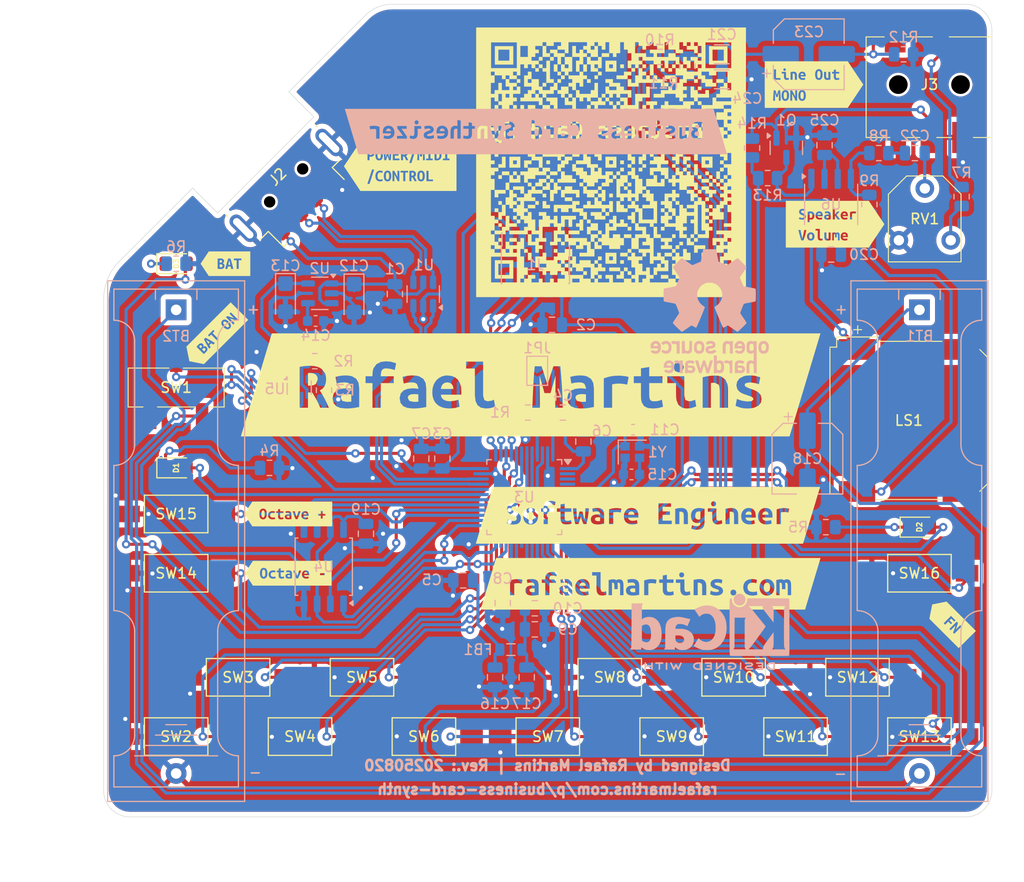
<source format=kicad_pcb>
(kicad_pcb (version 20241229) (generator "pcbnew") (generator_version "9.0")
  (title_block (title "business-card-synth") (date "2025-08-20") (rev "20250820") (comment 3 "Released under CERN Open Hardware Licence Version 2 - Strongly Reciprocal") (comment 4 "Designed by: Rafael G. Martins"))
  (layers (0 "F.Cu" signal) (2 "B.Cu" signal) (13 "F.Paste" user) (15 "B.Paste" user) (5 "F.SilkS" user "F.Silkscreen") (7 "B.SilkS" user "B.Silkscreen") (1 "F.Mask" user) (3 "B.Mask" user) (25 "Edge.Cuts" user))
  (net 0 "")
  (net 1 "Net-(BT1--)")
  (net 2 "Net-(BT1-+)")
  (net 3 "GND")
  (net 4 "VBUS")
  (net 5 "+3V_USB")
  (net 6 "+3V0")
  (net 7 "+3VA")
  (net 8 "+3V_BAT")
  (net 9 "Net-(U3-PF0)")
  (net 10 "Net-(U3-PF1)")
  (net 11 "NRST")
  (net 12 "OPAMP1_INP")
  (net 13 "Net-(C22-Pad1)")
  (net 14 "OPAMP1_OUT")
  (net 15 "Net-(C22-Pad2)")
  (net 16 "Net-(C21-Pad2)")
  (net 17 "LINE_OUT")
  (net 18 "Net-(U6-+)")
  (net 19 "Net-(D1-K)")
  (net 20 "Net-(D2-K)")
  (net 21 "/USB_CONN_D+")
  (net 22 "/USB_CONN_D-")
  (net 23 "SPEAKER_SHDN")
  (net 24 "SPEAKER_IN")
  (net 26 "DAC1_OUT1")
  (net 28 "KBD_01")
  (net 29 "KBD_02")
  (net 30 "KBD_03")
  (net 31 "KBD_04")
  (net 32 "KBD_05")
  (net 33 "KBD_06")
  (net 34 "KBD_07")
  (net 35 "KBD_08")
  (net 36 "KBD_09")
  (net 37 "KBD_10")
  (net 38 "KBD_11")
  (net 39 "KBD_12")
  (net 40 "USB_D-")
  (net 41 "USB_D+")
  (net 42 "SPI_CS")
  (net 43 "SPI_MOSI")
  (net 44 "SPI_MISO")
  (net 45 "SPI_SCK")
  (net 46 "Net-(U5-PR1)")
  (net 47 "SWO")
  (net 48 "CLK")
  (net 49 "Net-(R7-Pad2)")
  (net 50 "Net-(U6--)")
  (net 51 "DIO")
  (net 52 "SPEAKER_SHDN_CONN")
  (net 53 "FUNCTION")
  (net 54 "OCTAVE")
  (net 55 "Net-(D3-K)")
  (net 56 "OCTAVE+")
  (net 57 "OCTAVE-")
  (net 60 "Net-(JP1-B)")
  (net 63 "BAT_ON")
  (net 64 "STATUS")
  (net 65 "PWR_STATUS")
  (net 66 "Net-(LS1-Pad1)")
  (net 67 "Net-(LS1-Pad2)")
  (net 68 "Net-(U2-BP)")
  (footprint "business-card-synth:SW_SPST_FSMSM" (layer "F.Cu") (at 157.099 127.635)
    (property "Reference" "SW9")
    (property "Value" "FSMSM")
  )
  (footprint "kibuzzard-687FF431" (layer "F.Cu") (at 113.03 89.027 45)
    (property "Reference" "kibuzzard-687FF431" (hide yes))
    (property "Value" "G***" (hide yes))
  )
  (footprint "kibuzzard-687D9D5C" (layer "F.Cu") (at 143.51 93.726)
    (property "Reference" "kibuzzard-687D9D5C" (hide yes))
    (property "Value" "G***" (hide yes))
  )
  (footprint "business-card-synth:SW_SPST_FSMSM" (layer "F.Cu") (at 109.347 106.172)
    (property "Reference" "SW15")
    (property "Value" "FSMSM")
  )
  (footprint "business-card-synth:SW_SPST_FSMSM" (layer "F.Cu") (at 180.975 127.635)
    (property "Reference" "SW13")
    (property "Value" "FSMSM")
  )
  (footprint "kibuzzard-68A13B7B" (layer "F.Cu") (at 155.067 112.903)
    (property "Reference" "kibuzzard-68A13B7B" (hide yes))
    (property "Value" "G***" (hide yes))
  )
  (footprint "business-card-synth:Potentiometer_Bourns_3306F_Horizontal" (layer "F.Cu") (at 178.993 79.784)
    (property "Reference" "RV1")
    (property "Value" "10k")
  )
  (footprint "business-card-synth:Speaker_SameSky_CMS-151504-SMT-TR" (layer "F.Cu") (at 179.959 97.155 -90)
    (property "Reference" "LS1")
    (property "Value" "CMS-151504-SMT-TR")
  )
  (footprint "business-card-synth:qrcode" (layer "F.Cu") (at 151.257 72.263)
    (property "Reference" "G***" (hide yes))
    (property "Value" "LOGO" (hide yes))
  )
  (footprint "business-card-synth:SW_SPST_FSMSM" (layer "F.Cu") (at 175.006 121.92)
    (property "Reference" "SW12")
    (property "Value" "FSMSM")
  )
  (footprint "business-card-synth:SW_SPST_FSMSM" (layer "F.Cu") (at 109.347 127.635)
    (property "Reference" "SW2")
    (property "Value" "FSMSM")
  )
  (footprint "kibuzzard-687D98B0" (layer "F.Cu") (at 120.142 111.887)
    (property "Reference" "kibuzzard-687D98B0" (hide yes))
    (property "Value" "G***" (hide yes))
  )
  (footprint "business-card-synth:SW_SPST_FSMSM" (layer "F.Cu") (at 133.223 127.635)
    (property "Reference" "SW6")
    (property "Value" "FSMSM")
  )
  (footprint "kibuzzard-68A29CF7" (layer "F.Cu") (at 130.937 72.644)
    (property "Reference" "kibuzzard-68A29CF7" (hide yes))
    (property "Value" "G***" (hide yes))
  )
  (footprint "LED_SMD:LED_0805_2012Metric_Pad1.15x1.40mm_HandSolder" (layer "F.Cu") (at 109.347 101.727)
    (property "Reference" "D1")
    (property "Value" "LTST-C171GKT")
  )
  (footprint "LED_SMD:LED_0805_2012Metric_Pad1.15x1.40mm_HandSolder" (layer "F.Cu") (at 180.975 107.442)
    (property "Reference" "D2")
    (property "Value" "LTST-C171GKT")
  )
  (footprint "business-card-synth:SW_SPST_FSMSM" (layer "F.Cu") (at 121.285 127.635)
    (property "Reference" "SW4")
    (property "Value" "FSMSM")
  )
  (footprint "business-card-synth:Jack_3.5mm_SameSky_SJ1-3515-SMT_Horizontal" (layer "F.Cu") (at 187.937 64.772 180)
    (property "Reference" "J3")
    (property "Value" "SJ1-3515-SMT-TR")
  )
  (footprint "business-card-synth:SW_SPST_FSMSM" (layer "F.Cu") (at 115.316 121.92)
    (property "Reference" "SW3")
    (property "Value" "FSMSM")
  )
  (footprint "business-card-synth:USB_A_Molex_48037-2200_Horizontal" (layer "F.Cu") (at 114.02599 68.566971 135)
    (property "Reference" "J2")
    (property "Value" "Molex 48037-2200")
  )
  (footprint "business-card-synth:SW_SPST_FSMSM" (layer "F.Cu") (at 169.037 127.635)
    (property "Reference" "SW11")
    (property "Value" "FSMSM")
  )
  (footprint "business-card-synth:SW_SPST_FSMSM" (layer "F.Cu") (at 180.975 111.887)
    (property "Reference" "SW16")
    (property "Value" "FSMSM")
  )
  (footprint "business-card-synth:SW_SPST_FSMSM" (layer "F.Cu") (at 145.161 127.635)
    (property "Reference" "SW7")
    (property "Value" "FSMSM")
  )
  (footprint "LED_SMD:LED_0805_2012Metric_Pad1.15x1.40mm_HandSolder" (layer "F.Cu") (at 109.347 82.042)
    (property "Reference" "D3")
    (property "Value" "LTST-C171GKT")
  )
  (footprint "business-card-synth:SW_SPST_FSMSM" (layer "F.Cu") (at 109.347 111.887)
    (property "Reference" "SW14")
    (property "Value" "FSMSM")
  )
  (footprint "business-card-synth:SW_SPST_FSMSM" (layer "F.Cu") (at 127.254 121.92)
    (property "Reference" "SW5")
    (property "Value" "FSMSM")
  )
  (footprint "kibuzzard-68A2383A" (layer "F.Cu") (at 172.847 78.232)
    (property "Reference" "kibuzzard-68A2383A" (hide yes))
    (property "Value" "G***" (hide yes))
  )
  (footprint "business-card-synth:SW_SPST_FSMSM" (layer "F.Cu") (at 151.13 121.92)
    (property "Reference" "SW8")
    (property "Value" "FSMSM")
  )
  (footprint "business-card-synth:SW_SPDT_Wurth_450406020024" (layer "F.Cu") (at 109.347 93.98)
    (property "Reference" "SW1")
    (property "Value" "Wurth 450406020024")
  )
  (footprint "kibuzzard-687DA195" (layer "F.Cu") (at 114.0968 82.042)
    (property "Reference" "kibuzzard-687DA195" (hide yes))
    (property "Value" "G***" (hide yes))
  )
  (footprint "kibuzzard-68A26E1C" (layer "F.Cu") (at 154.813 106.299)
    (property "Reference" "kibuzzard-68A26E1C" (hide yes))
    (property "Value" "G***" (hide yes))
  )
  (footprint "kibuzzard-687D97D9" (layer "F.Cu") (at 120.142 106.172)
    (property "Reference" "kibuzzard-687D97D9" (hide yes))
    (property "Value" "G***" (hide yes))
  )
  (footprint "kibuzzard-68A26CA8" (layer "F.Cu") (at 183.896 116.586 -45)
    (property "Reference" "kibuzzard-68A26CA8" (hide yes))
    (property "Value" "G***" (hide yes))
  )
  (footprint "kibuzzard-68A23822" (layer "F.Cu") (at 170.815 64.77)
    (property "Reference" "kibuzzard-68A23822" (hide yes))
    (property "Value" "G***" (hide yes))
  )
  (footprint "business-card-synth:SW_SPST_FSMSM" (layer "F.Cu") (at 163.068 121.92)
    (property "Reference" "SW10")
    (property "Value" "FSMSM")
  )
  (footprint "Resistor_SMD:R_0805_2012Metric" (layer "B.Cu") (at 176.149 76.327 90)
    (property "Reference" "R9")
    (property "Value" "8k2")
  )
  (footprint "Capacitor_SMD:CP_Elec_6.3x5.8" (layer "B.Cu") (at 170.18 100.838 -90)
    (property "Reference" "C18")
    (property "Value" "100u")
  )
  (footprint "Package_TO_SOT_SMD:SOT-23-5" (layer "B.Cu") (at 123.19 84.897 180)
    (property "Reference" "U2")
    (property "Value" "MIC5219-3.0YM5")
  )
  (footprint "Resistor_SMD:R_0805_2012Metric" (layer "B.Cu") (at 122.7055 91.44)
    (property "Reference" "R2")
    (property "Value" "1k")
  )
  (footprint "Jumper:SolderJumper-2_P1.3mm_Open_TrianglePad1.0x1.5mm" (layer "B.Cu") (at 144.145 92.366 -90)
    (property "Reference" "JP1")
    (property "Value" "BOOTLOADER")
  )
  (footprint "Resistor_SMD:R_0805_2012Metric" (layer "B.Cu") (at 155.956 62.103)
    (property "Reference" "R10")
    (property "Value" "2k2")
  )
  (footprint "Resistor_SMD:R_0805_2012Metric" (layer "B.Cu") (at 179.451 61.849 180)
    (property "Reference" "R12")
    (property "Value" "10k")
  )
  (footprint "Capacitor_SMD:C_1206_3216Metric" (layer "B.Cu") (at 161.925 61.849 180)
    (property "Reference" "C21")
    (property "Value" "4n7")
  )
  (footprint "Capacitor_Tantalum_SMD:CP_EIA-3216-18_Kemet-A" (layer "B.Cu") (at 126.4865 85.3605 -90)
    (property "Reference" "C12")
    (property "Value" "1u")
  )
  (footprint "Capacitor_SMD:C_0805_2012Metric" (layer "B.Cu") (at 143.129 121.92 90)
    (property "Reference" "C17")
    (property "Value" "1u")
  )
  (footprint "Capacitor_SMD:C_0805_2012Metric" (layer "B.Cu") (at 172.466 81.153)
    (property "Reference" "C20")
    (property "Value" "1u")
  )
  (footprint "Capacitor_SMD:C_0603_1608Metric" (layer "B.Cu") (at 153.2258 102.362)
    (property "Reference" "C15")
    (property "Value" "6p8")
  )
  (footprint "Capacitor_SMD:CP_Elec_6.3x5.8" (layer "B.Cu") (at 170.307 61.849)
    (property "Reference" "C23")
    (property "Value" "10u")
  )
  (footprint "Capacitor_SMD:C_0805_2012Metric" (layer "B.Cu") (at 130.424 84.963 90)
    (property "Reference" "C1")
    (property "Value" "100n")
  )
  (footprint "Battery:BatteryHolder_Keystone_2466_1xAAA" (layer "B.Cu") (at 109.347 86.491 -90)
    (property "Reference" "BT2")
    (property "Value" "Keystone 2466")
  )
  (footprint "Capacitor_SMD:C_0805_2012Metric" (layer "B.Cu") (at 171.831 70.612 -90)
    (property "Reference" "C25")
    (property "Value" "1u")
  )
  (footprint "Package_TO_SOT_SMD:SOT-23-6" (layer "B.Cu") (at 133.157 84.9685 90)
    (property "Reference" "U1")
    (property "Value" "USBLC6-2SC6")
  )
  (footprint "Capacitor_Tantalum_SMD:CP_EIA-3216-18_Kemet-A" (layer "B.Cu") (at 119.8825 85.316 -90)
    (property "Reference" "C13")
    (property "Value" "2u2")
  )
  (footprint "Resistor_SMD:R_0805_2012Metric" (layer "B.Cu") (at 123.5945 94.234 -90)
    (property "Reference" "R3")
    (property "Value" "1k")
  )
  (footprint "Capacitor_SMD:C_0805_2012Metric" (layer "B.Cu") (at 135.001 100.838 -90)
    (property "Reference" "C3")
    (property "Value" "10u")
  )
  (footprint "business-card-synth:Connector_Samtec_FTSH-105-01-L-DV-K" (layer "B.Cu") (at 143.9672 82.1436 -90)
    (property "Reference" "J1")
    (property "Value" "FTSH-105-01-L-DV-K")
  )
  (footprint "kibuzzard-68A50ADE" (layer "B.Cu") (at 144.02 69.3 180)
    (property "Reference" "kibuzzard-68A50ADE" (hide yes))
    (property "Value" "G***" (hide yes))
  )
  (footprint "Capacitor_SMD:C_0805_2012Metric" (layer "B.Cu") (at 148.59 99.187 -90)
    (property "Reference" "C6")
    (property "Value" "100n")
  )
  (footprint "Capacitor_SMD:C_0805_2012Metric" (layer "B.Cu") (at 137.0076 112.5728)
    (property "Reference" "C5")
    (property "Value" "100n")
  )
  (footprint "Resistor_SMD:R_0805_2012Metric" (layer "B.Cu") (at 185.039 75.565 -90)
    (property "Reference" "R7")
    (property "Value" "0R")
  )
  (footprint "Capacitor_SMD:C_0805_2012Metric" (layer "B.Cu") (at 145.5724 87.9348)
    (property "Reference" "C2")
    (property "Value" "100n")
  )
  (footprint "Capacitor_SMD:C_0805_2012Metric" (layer "B.Cu") (at 143.911001 117.2972 180)
    (property "Reference" "C9")
    (property "Value" "1u")
  )
  (footprint "Package_QFP:LQFP-48_7x7mm_P0.5mm" (layer "B.Cu") (at 142.895001 104.5495 180)
    (property "Reference" "U3")
    (property "Value" "STM32G431CBT6")
  )
  (footprint "Capacitor_SMD:C_0805_2012Metric" (layer "B.Cu") (at 127.635 108.077 90)
    (property "Reference" "C19")
    (property "Value" "100n")
  )
  (footprint "Capacitor_SMD:C_0805_2012Metric" (layer "B.Cu") (at 146.619 96.393 180)
    (property "Reference" "C4")
    (property "Value" "100n")
  )
  (footprint "Capacitor_SMD:C_1206_3216Metric" (layer "B.Cu") (at 161.925 64.262 180)
    (property "Reference" "C24")
    (property "Value" "4n7")
  )
  (footprint "Capacitor_SMD:C_0805_2012Metric" (layer "B.Cu") (at 132.969 100.838 -90)
    (property "Reference" "C7")
    (property "Value" "100n")
  )
  (footprint "Symbol:KiCad-Logo2_6mm_SilkScreen" (layer "B.Cu") (at 160.782 116.84 180)
    (property "Reference" "REF**" (hide yes))
    (property "Value" "KiCad-Logo2_6mm_SilkScreen" (hide yes))
  )
  (footprint "Package_TO_SOT_SMD:SOT-583-8" (layer "B.Cu") (at 121.205 93.98 -90)
    (property "Reference" "U5")
    (property "Value" "TPS2116DRL")
  )
  (footprint "Package_TO_SOT_SMD:SOT-23" (layer "B.Cu") (at 168.148 70.866 -90)
    (property "Reference" "Q1")
    (property "Value" "2N7002")
  )
  (footprint "Capacitor_SMD:C_0805_2012Metric" (layer "B.Cu") (at 140.081 121.92 90)
    (property "Reference" "C16")
    (property "Value" "1u")
  )
  (footprint "Capacitor_SMD:C_0603_1608Metric" (layer "B.Cu") (at 122.7905 87.564 180)
    (property "Reference" "C14")
    (property "Value" "470p")
  )
  (footprint "Resistor_SMD:R_0805_2012Metric" (layer "B.Cu") (at 171.958 107.442)
    (property "Reference" "R5")
    (property "Value" "4k7")
  )
  (footprint "Capacitor_SMD:C_0805_2012Metric" (layer "B.Cu") (at 140.8176 114.7572 90)
    (property "Reference" "C8")
    (property "Value" "100n")
  )
  (footprint "Resistor_SMD:R_0805_2012Metric" (layer "B.Cu") (at 164.846 70.8895 90)
    (property "Reference" "R14")
    (property "Value" "220k")
  )
  (footprint "Resistor_SMD:R_0805_2012Metric" (layer "B.Cu") (at 109.347 82.042 180)
    (property "Reference" "R6")
    (property "Value" "4k7")
  )
  (footprint "Resistor_SMD:R_0805_2012Metric" (layer "B.Cu") (at 143.2325 96.393 180)
    (property "Reference" "R1")
    (property "Value" "10k")
  )
  (footprint "Capacitor_SMD:C_0805_2012Metric" (layer "B.Cu") (at 180.533 71.374 180)
    (property "Reference" "C22")
    (property "Value" "390n")
  )
  (footprint "Package_SO:SOIC-8_3.9x4.9mm_P1.27mm" (layer "B.Cu") (at 172.466 76.327 -90)
    (property "Reference" "U6")
    (property "Value" "LM4890")
  )
  (footprint "Capacitor_SMD:C_0805_2012Metric" (layer "B.Cu") (at 143.911001 115.2652 180)
    (property "Reference" "C10")
    (property "Value" "100n")
  )
  (footprint "Inductor_SMD:L_0805_2012Metric" (layer "B.Cu") (at 141.605 119.253)
    (property "Reference" "FB1")
    (property "Value" "600R@100MHz/1A")
  )
  (footprint "Battery:BatteryHolder_Keystone_2466_1xAAA" (layer "B.Cu") (at 180.975 86.491 -90)
    (property "Reference" "BT1")
    (property "Value" "Keystone 2466")
  )
  (footprint "Resistor_SMD:R_0805_2012Metric" (layer "B.Cu") (at 118.3405 101.727 180)
    (property "Reference" "R4")
    (property "Value" "4k7")
  )
  (footprint "Capacitor_SMD:C_0603_1608Metric" (layer "B.Cu") (at 153.3788 98.044 180)
    (property "Reference" "C11")
    (property "Value" "6p8")
  )
  (footprint "business-card-synth:Crystal_SMD_2016-4Pin_2.0x1.6mm" (layer "B.Cu") (at 153.3038 100.203)
    (property "Reference" "Y1")
    (property "Value" "24MHz")
  )
  (footprint "Symbol:OSHW-Logo_11.4x12mm_SilkScreen" (layer "B.Cu") (at 160.774513 86.614 180)
    (property "Reference" "REF**" (hide yes))
    (property "Value" "OSHW-Logo_11.4x12mm_SilkScreen" (hide yes))
  )
  (footprint "Package_SO:SOIC-8_5.3x5.3mm_P1.27mm" (layer "B.Cu") (at 123.571 111.252 90)
    (property "Reference" "U4")
    (property "Value" "25LC1024")
  )
  (footprint "Resistor_SMD:R_0805_2012Metric" (layer "B.Cu") (at 177.0615 71.374 180)
    (property "Reference" "R8")
    (property "Value" "22k")
  )
  (footprint "Resistor_SMD:R_0805_2012Metric" (layer "B.Cu") (at 158.623 62.992 -90)
    (property "Reference" "R11")
    (property "Value" "2k2")
  )
  (footprint "Resistor_SMD:R_0805_2012Metric" (layer "B.Cu") (at 166.3465 73.787)
    (property "Reference" "R13")
    (property "Value" "22k")
  )
  (gr_line (start 110.9345 74.7395) (end 103.886 81.788) (stroke (width 0.05)) (layer "Edge.Cuts"))
  (gr_line (start 113.3475 77.1525) (end 110.9345 74.7395) (stroke (width 0.05)) (layer "Edge.Cuts"))
  (gr_line (start 122.6185 67.8815) (end 120.2055 65.4685) (stroke (width 0.05)) (layer "Edge.Cuts"))
  (gr_arc (start 102.360451 85.471) (mid 102.756928 83.477775) (end 103.886 81.788) (stroke (width 0.05)) (layer "Edge.Cuts"))
  (gr_line (start 104.902 135.382) (end 185.42 135.382) (stroke (width 0.05)) (layer "Edge.Cuts"))
  (gr_line (start 102.360451 85.471) (end 102.362 132.842) (stroke (width 0.05)) (layer "Edge.Cuts"))
  (gr_arc (start 187.96 132.842) (mid 187.216051 134.638051) (end 185.42 135.382) (stroke (width 0.05)) (layer "Edge.Cuts"))
  (gr_line (start 122.6185 67.8815) (end 113.3475 77.1525) (stroke (width 0.05)) (layer "Edge.Cuts"))
  (gr_arc (start 104.902 135.382) (mid 103.105949 134.638051) (end 102.362 132.842) (stroke (width 0.05)) (layer "Edge.Cuts"))
  (gr_arc (start 127.570726 58.101726) (mid 128.765577 57.303352) (end 130.175 57.023) (stroke (width 0.05)) (layer "Edge.Cuts"))
  (gr_line (start 187.96 132.842) (end 187.96 59.563) (stroke (width 0.05)) (layer "Edge.Cuts"))
  (gr_line (start 120.2055 65.4685) (end 127.572274 58.101726) (stroke (width 0.05)) (layer "Edge.Cuts"))
  (gr_arc (start 185.42 57.023) (mid 187.216051 57.766949) (end 187.96 59.563) (stroke (width 0.05)) (layer "Edge.Cuts"))
  (gr_line (start 185.42 57.023) (end 130.175 57.023) (stroke (width 0.05)) (layer "Edge.Cuts"))
  (gr_text "rafaelmartins.com/p/business-card-synth" (at 145.1356 132.715 0) (layer "B.SilkS") (effects (font (size 1 1) (thickness 0.25) (bold yes)) (justify mirror)))
  (gr_text "Designed by Rafael Martins | Rev.: ${REVISION}" (at 145.1356 130.429 0) (layer "B.SilkS") (effects (font (size 1 1) (thickness 0.25) (bold yes)) (justify mirror)))
  (segment (start 106.706301 89.127699) (end 106.706301 92.863301) (width 0.3) (layer "B.Cu") (net 1))
  (segment (start 109.343 86.491) (end 106.706301 89.127699) (width 0.3) (layer "B.Cu") (net 1))
  (segment (start 105.523 108.324405) (end 106.038 108.839405) (width 0.3) (layer "B.Cu") (net 1))
  (segment (start 110.109 97.155) (end 109.728 97.536) (width 0.3) (layer "B.Cu") (net 1))
  (segment (start 179.578 132.588) (end 180.975 131.191) (width 0.3) (layer "B.Cu") (net 1))
  (segment (start 105.523 101.26252) (end 105.523 108.324405) (width 0.3) (layer "B.Cu") (net 1))
  (segment (start 110.109 96.266) (end 110.109 97.155) (width 0.3) (layer "B.Cu") (net 1))
  (segment (start 109.24952 97.536) (end 105.523 101.26252) (width 0.3) (layer "B.Cu") (net 1))
  (segment (start 109.728 97.536) (end 109.24952 97.536) (width 0.3) (layer "B.Cu") (net 1))
  (segment (start 106.706301 92.863301) (end 110.109 96.266) (width 0.3) (layer "B.Cu") (net 1))
  (segment (start 106.038 130.041) (end 108.585 132.588) (width 0.3) (layer "B.Cu") (net 1))
  (segment (start 108.585 132.588) (end 179.578 132.588) (width 0.3) (layer "B.Cu") (net 1))
  (segment (start 109.347 86.491) (end 109.343 86.491) (width 0.3) (layer "B.Cu") (net 1))
  (segment (start 106.038 108.839405) (end 106.038 130.041) (width 0.3) (layer "B.Cu") (net 1))
  (segment (start 111.847 96.73) (end 109.347 96.73) (width 0.3) (layer "F.Cu") (net 2))
  (via (at 109.347 96.73) (size 0.8) (drill 0.4) (layers "F.Cu" "B.Cu") (net 2))
  (segment (start 170.18 100.076) (end 170.18 98.138) (width 0.3) (layer "B.Cu") (net 2))
  (segment (start 109.347 96.73) (end 105.022 101.055) (width 0.3) (layer "B.Cu") (net 2))
  (segment (start 179.828 86.491) (end 180.975 86.491) (width 0.3) (layer "B.Cu") (net 2))
  (segment (start 105.022 101.055) (end 105.022 108.531925) (width 0.3) (layer "B.Cu") (net 2))
  (segment (start 170.18 98.138) (end 170.18 96.139) (width 0.3) (layer "B.Cu") (net 2))
  (segment (start 105.537 109.046925) (end 105.537 130.24852) (width 0.3) (layer "B.Cu") (net 2))
  (segment (start 178.943 133.096) (end 181.864 133.096) (width 0.3) (layer "B.Cu") (net 2))
  (segment (start 186.944 108.077) (end 184.023 105.156) (width 0.3) (layer "B.Cu") (net 2))
  (segment (start 108.37748 133.089) (end 178.936 133.089) (width 0.3) (layer "B.Cu") (net 2))
  (segment (start 175.26 105.156) (end 170.18 100.076) (width 0.3) (layer "B.Cu") (net 2))
  (segment (start 105.537 130.24852) (end 108.37748 133.089) (width 0.3) (layer "B.Cu") (net 2))
  (segment (start 170.18 96.139) (end 179.828 86.491) (width 0.3) (layer "B.Cu") (net 2))
  (segment (start 178.936 133.089) (end 178.943 133.096) (width 0.3) (layer "B.Cu") (net 2))
  (segment (start 105.022 108.531925) (end 105.537 109.046925) (width 0.3) (layer "B.Cu") (net 2))
  (segment (start 184.023 105.156) (end 175.26 105.156) (width 0.3) (layer "B.Cu") (net 2))
  (segment (start 181.864 133.096) (end 186.944 128.016) (width 0.3) (layer "B.Cu") (net 2))
  (segment (start 186.944 128.016) (end 186.944 108.077) (width 0.3) (layer "B.Cu") (net 2))
  (via (at 178.3588 127.6604) (size 0.8) (drill 0.4) (layers "F.Cu" "B.Cu") (net 3))
  (via (at 145.161 102.489) (size 0.8) (drill 0.4) (layers "F.Cu" "B.Cu") (net 3))
  (via (at 104.4448 125.9332) (size 0.8) (drill 0.4) (layers "F.Cu" "B.Cu") (net 3))
  (via (at 140.7668 117.2464) (size 0.8) (drill 0.4) (layers "F.Cu" "B.Cu") (net 3))
  (via (at 166.4208 127.6096) (size 0.8) (drill 0.4) (layers "F.Cu" "B.Cu") (net 3))
  (via (at 154.4828 127.6096) (size 0.8) (drill 0.4) (layers "F.Cu" "B.Cu") (net 3))
  (via (at 110.6932 123.4948) (size 0.8) (drill 0.4) (layers "F.Cu" "B.Cu") (net 3))
  (via (at 148.463 121.92) (size 0.8) (drill 0.4) (layers "F.Cu" "B.Cu") (net 3))
  (via (at 133.157 87.387) (size 0.8) (drill 0.4) (layers "F.Cu" "B.Cu") (net 3))
  (via (at 170.18 69.85) (size 0.8) (drill 0.4) (layers "F.Cu" "B.Cu") (net 3))
  (via (at 164.7952 64.262) (size 0.8) (drill 0.4) (layers "F.Cu" "B.Cu") (net 3))
  (via (at 137.541 109.093) (size 0.8) (drill 0.4) (layers "F.Cu" "B.Cu") (net 3))
  (via (at 145.923 123.698) (size 0.8) (drill 0.4) (layers "F.Cu" "B.Cu") (net 3))
  (via (at 138.5316 122.809) (size 0.8) (drill 0.4) (layers "F.Cu" "B.Cu") (net 3))
  (via (at 107.061 111.9124) (size 0.8) (drill 0.4) (layers "F.Cu" "B.Cu") (net 3))
  (via (at 128.29 102.7) (size 0.8) (drill 0.4) (layers "F.Cu" "B.Cu") (net 3))
  (via (at 127.127 113.284) (size 0.8) (drill 0.4) (layers "F.Cu" "B.Cu") (net 3))
  (via (at 171.577 82.677) (size 0.8) (drill 0.4) (layers "F.Cu" "B.Cu") (net 3))
  (via (at 143.51 106.934) (size 0.8) (drill 0.4) (layers "F.Cu" "B.Cu") (net 3))
  (via (at 170.434 123.5456) (size 0.8) (drill 0.4) (layers "F.Cu" "B.Cu") (net 3))
  (via (at 120.5484 101.7524) (size 0.8) (drill 0.4) (layers "F.Cu" "B.Cu") (net 3))
  (via (at 128.016 86.741) (size 0.8) (drill 0.4) (layers "F.Cu" "B.Cu") (net 3))
  (via (at 143.002 99.0092) (size 0.8) (drill 0.4) (layers "F.Cu" "B.Cu") (net 3))
  (via (at 130.57 101.56) (size 0.8) (drill 0.4) (layers "F.Cu" "B.Cu") (net 3))
  (via (at 178.435 111.887) (size 0.8) (drill 0.4) (layers "F.Cu" "B.Cu") (net 3))
  (via (at 144.8308 118.872) (size 0.8) (drill 0.4) (layers "F.Cu" "B.Cu") (net 3))
  (via (at 130.6068 127.6096) (size 0.8) (drill 0.4) (layers "F.Cu" "B.Cu") (net 3))
  (via (at 141.6304 122.809) (size 0.8) (drill 0.4) (layers "F.Cu" "B.Cu") (net 3))
  (via (at 140.589 129.159) (size 0.8) (drill 0.4) (layers "F.Cu" "B.Cu") (net 3))
  (via (at 160.4264 121.92) (size 0.8) (drill 0.4) (layers "F.Cu" "B.Cu") (net 3))
  (via (at 140.1064 102.3112) (size 0.8) (drill 0.4) (layers "F.Cu" "B.Cu") (net 3))
  (via (at 131.064 99.06) (size 0.8) (drill 0.4) (layers "F.Cu" "B.Cu") (net 3))
  (via (at 106.68 106.172) (size 0.8) (drill 0.4) (layers "F.Cu" "B.Cu") (net 3))
  (via (at 125.349 74.93) (size 0.8) (drill 0.4) (layers "F.Cu" "B.Cu") (net 3))
  (via (at 171.704 102.87) (size 0.8) (drill 0.4) (layers "F.Cu" "B.Cu") (net 3))
  (via (at 136.017 114.046) (size 0.8) (drill 0.4) (layers "F.Cu" "B.Cu") (net 3))
  (via (at 129.286 108.077) (size 0.8) (drill 0.4) (layers "F.Cu" "B.Cu") (net 3))
  (via (at 119.888 88.072) (size 0.8) (drill 0.4) (layers "F.Cu" "B.Cu") (net 3))
  (via (at 117.094 90.551) (size 0.8) (drill 0.4) (layers "F.Cu" "B.Cu") (net 3))
  (via (at 141.478 106.934) (size 0.8) (drill 0.4) (layers "F.Cu" "B.Cu") (net 3))
  (via (at 124.6124 121.92) (size 0.8) (drill 0.4) (layers "F.Cu" "B.Cu") (net 3))
  (via (at 143.51 87.884) (size 0.8) (drill 0.4) (layers "F.Cu" "B.Cu") (net 3))
  (via (at 172.3644 121.92) (size 0.8) (drill 0.4) (layers "F.Cu" "B.Cu") (net 3))
  (via (at 120.396 108.077) (size 0.8) (drill 0.4) (layers "F.Cu" "B.Cu") (net 3))
  (via (at 118.5672 127.6604) (size 0.8) (drill 0.4) (layers "F.Cu" "B.Cu") (net 3))
  (via (at 151.533331 103.146331) (size 0.8) (drill 0.4) (layers "F.Cu" "B.Cu") (net 3))
  (via (at 124.968 95.123) (size 0.8) (drill 0.4) (layers "F.Cu" "B.Cu") (net 3))
  (via (at 125.603 109.474) (size 0.8) (drill 0.4) (layers "F.Cu" "B.Cu") (net 3))
  (via (at 124.841 87.564) (size 0.8) (drill 0.4) (layers "F.Cu" "B.Cu") (net 3))
  (via (at 104.648 113.538) (size 0.8) (drill 0.4) (layers "F.Cu" "B.Cu") (net 3))
  (via (at 128.778 85.9028) (size 0.8) (drill 0.4) (layers "F.Cu" "B.Cu") (net 3))
  (via (at 185.166 72.263) (size 0.8) (drill 0.4) (layers "F.Cu" "B.Cu") (net 3))
  (via (at 103.505 104.394) (size 0.8) (drill 0.4) (layers "F.Cu" "B.Cu") (net 3))
  (segment (start 124.3275 84.897) (end 125.349 84.897) (width 0.3) (layer "B.Cu") (net 3))
  (segment (start 140.645001 107.766999) (end 140.645001 108.712) (width 0.3) (layer "B.Cu") (net 3))
  (segment (start 152.4 103.124) (end 152.4 102.4128) (width 0.3) (layer "B.Cu") (net 3))
  (segment (start 133.157 86.106) (end 133.157 85.41) (width 0.3) (layer "B.Cu") (net 3))
  (segment (start 143.51 106.934) (end 142.645001 107.798999) (width 0.3) (layer "B.Cu") (net 3))
  (segment (start 140.0947 102.2995) (end 140.1064 102.3112) (width 0.3) (layer "B.Cu") (net 3))
  (segment (start 120.455 92.261) (end 120.455 93.24) (width 0.3) (layer "B.Cu") (net 3))
  (segment (start 152.146 103.378) (end 152.4 103.124) (width 0.3) (layer "B.Cu") (net 3))
  (segment (start 133.604 84.963) (end 134.874 84.963) (width 0.3) (layer "B.Cu") (net 3))
  (segment (start 152.6038 100.753) (end 152.6038 102.209) (width 0.3) (layer "B.Cu") (net 3))
  (segment (start 151.533331 103.146331) (end 151.765 103.378) (width 0.3) (layer "B.Cu") (net 3))
  (segment (start 171.831 78.802) (end 171.831 80.838) (width 0.3) (layer "B.Cu") (net 3))
  (segment (start 126.4865 86.0345) (end 126.4865 86.713) (width 0.3) (layer "B.Cu") (net 3))
  (segment (start 133.157 87.387) (end 133.157 86.106) (width 0.3) (layer "B.Cu") (net 3))
  (segment (start 145.161 102.489) (end 145.145001 102.473001) (width 0.3) (layer "B.Cu") (net 3))
  (segment (start 152.6038 102.209) (end 152.4508 102.362) (width 0.3) (layer "B.Cu") (net 3))
  (segment (start 171.831 80.838) (end 171.516 81.153) (width 0.3) (layer "B.Cu") (net 3))
  (segment (start 151.765 103.378) (end 152.146 103.378) (width 0.3) (layer "B.Cu") (net 3))
  (segment (start 142.645001 107.798999) (end 142.645001 108.712) (width 0.3) (layer "B.Cu") (net 3))
  (segment (start 141.478 106.934) (end 140.645001 107.766999) (width 0.3) (layer "B.Cu") (net 3))
  (segment (start 171.831 78.802) (end 171.831 77.089) (width 0.3) (layer "B.Cu") (net 3))
  (segment (start 152.4 102.4128) (end 152.4508 102.362) (width 0.3) (layer "B.Cu") (net 3))
  (segment (start 145.145001 102.473001) (end 145.145001 100.387) (width 0.3) (layer "B.Cu") (net 3))
  (segment (start 138.732501 102.2995) (end 140.0947 102.2995) (width 0.3) (layer "B.Cu") (net 3))
  (segment (start 154.05782 99.5605) (end 154.05882 99.5615) (width 0.3) (layer "B.Cu") (net 3))
  (segment (start 133.157 85.41) (end 133.604 84.963) (width 0.3) (layer "B.Cu") (net 3))
  (segment (start 125.349 84.897) (end 126.4865 86.0345) (width 0.3) (layer "B.Cu") (net 3))
  (segment (start 120.394135 79.884865) (end 119.311613 78.802342) (width 0.3) (layer "F.Cu") (net 4))
  (via (at 120.394135 79.884865) (size 0.8) (drill 0.4) (layers "F.Cu" "B.Cu") (net 4))
  (segment (start 133.157 84.394) (end 132.588 84.963) (width 0.3) (layer "B.Cu") (net 4))
  (segment (start 130.424 84.013) (end 126.4915 84.013) (width 0.3) (layer "B.Cu") (net 4))
  (segment (start 124.3885 84.008) (end 124.3275 83.947) (width 0.3) (layer "B.Cu") (net 4))
  (segment (start 126.4915 84.013) (end 126.4865 84.008) (width 0.3) (layer "B.Cu") (net 4))
  (segment (start 126.4865 84.008) (end 124.3885 84.008) (width 0.3) (layer "B.Cu") (net 4))
  (segment (start 129.032 81.534) (end 122.04327 81.534) (width 0.3) (layer "B.Cu") (net 4))
  (segment (start 123.19 84.389) (end 123.19 85.4685) (width 0.3) (layer "B.Cu") (net 4))
  (segment (start 126.4865 84.6485) (end 126.4865 84.008) (width 0.3) (layer "B.Cu") (net 4))
  (segment (start 130.937 84.963) (end 130.424 84.45) (width 0.3) (layer "B.Cu") (net 4))
  (segment (start 130.424 84.45) (end 130.424 84.013) (width 0.3) (layer "B.Cu") (net 4))
  (segment (start 124.3275 83.947) (end 123.632 83.947) (width 0.3) (layer "B.Cu") (net 4))
  (segment (start 133.157 83.831) (end 133.157 84.394) (width 0.3) (layer "B.Cu") (net 4))
  (segment (start 123.19 85.4685) (end 123.5685 85.847) (width 0.3) (layer "B.Cu") (net 4))
  (segment (start 123.5685 85.847) (end 124.3275 85.847) (width 0.3) (layer "B.Cu") (net 4))
  (segment (start 132.588 84.963) (end 130.937 84.963) (width 0.3) (layer "B.Cu") (net 4))
  (segment (start 130.424 84.013) (end 130.424 82.926) (width 0.3) (layer "B.Cu") (net 4))
  (segment (start 130.424 82.926) (end 129.032 81.534) (width 0.3) (layer "B.Cu") (net 4))
  (segment (start 122.04327 81.534) (end 120.394135 79.884865) (width 0.3) (layer "B.Cu") (net 4))
  (segment (start 123.632 83.947) (end 123.19 84.389) (width 0.3) (layer "B.Cu") (net 4))
  (segment (start 121.793 91.44) (end 121.859 91.374) (width 0.3) (layer "B.Cu") (net 5))
  (segment (start 121.455 93.24) (end 121.455 93.693486) (width 0.3) (layer "B.Cu") (net 5))
  (segment (start 117.602 85.405) (end 119.0435 83.9635) (width 0.3) (layer "B.Cu") (net 5))
  (segment (start 122.0525 83.947) (end 119.899 83.947) (width 0.3) (layer "B.Cu") (net 5))
  (segment (start 120.904 91.44) (end 121.793 91.44) (width 0.3) (layer "B.Cu") (net 5))
  (segment (start 121.455 93.24) (end 121.455 91.778) (width 0.3) (layer "B.Cu") (net 5))
  (segment (start 119.899 83.947) (end 119.8825 83.9635) (width 0.3) (layer "B.Cu") (net 5))
  (segment (start 117.602 88.138) (end 120.904 91.44) (width 0.3) (layer "B.Cu") (net 5))
  (segment (start 121.455 93.693486) (end 121.955 94.193486) (width 0.3) (layer "B.Cu") (net 5))
  (segment (start 117.602 88.138) (end 117.602 85.405) (width 0.3) (layer "B.Cu") (net 5))
  (segment (start 119.8825 83.9635) (end 119.0435 83.9635) (width 0.3) (layer "B.Cu") (net 5))
  (segment (start 121.955 94.193486) (end 121.955 94.72) (width 0.3) (layer "B.Cu") (net 5))
  (segment (start 121.455 91.778) (end 121.793 91.44) (width 0.3) (layer "B.Cu") (net 5))
  (segment (start 126.619 100.33) (end 131.064 100.33) (width 0.3) (layer "F.Cu") (net 6))
  (segment (start 114.681 93.726) (end 114.681 92.214) (width 0.3) (layer "F.Cu") (net 6))
  (via (at 114.681 93.726) (size 0.8) (drill 0.4) (layers "F.Cu" "B.Cu") (net 6))
  (via (at 114.681 92.214) (size 0.8) (drill 0.4) (layers "F.Cu" "B.Cu") (net 6))
  (via (at 126.619 100.33) (size 0.8) (drill 0.4) (layers "F.Cu" "B.Cu") (net 6))
  (via (at 131.064 100.33) (size 0.8) (drill 0.4) (layers "F.Cu" "B.Cu") (net 6))
  (segment (start 145.669 96.393) (end 146.8628 97.5868) (width 0.3) (layer "B.Cu") (net 6))
  (segment (start 132.777201 110.4024) (end 132.777197 110.4024) (width 0.3) (layer "B.Cu") (net 6))
  (segment (start 125.095 106.426) (end 124.587 106.426) (width 0.3) (layer "B.Cu") (net 6))
  (segment (start 124.206 108.585) (end 124.206 107.6645) (width 0.3) (layer "B.Cu") (net 6))
  (segment (start 141.4272 78.5368) (end 141.4272 80.1936) (width 0.3) (layer "B.Cu") (net 6))
  (segment (start 133.2992 109.8804) (end 132.777201 110.4024) (width 0.3) (layer "B.Cu") (net 6))
  (segment (start 132.014 101.788) (end 132.969 101.788) (width 0.3) (layer "B.Cu") (net 6))
  (segment (start 140.5425 119.253) (end 140.5425 118.9525) (width 0.3) (layer "B.Cu") (net 6))
  (segment (start 132.777197 110.4024) (end 128.727201 114.4524) (width 0.3) (layer "B.Cu") (net 6))
  (segment (start 145.645001 100.387) (end 145.645001 96.416999) (width 0.3) (layer "B.Cu") (net 6))
  (segment (start 118.81852 95.885) (end 120.51298 95.885) (width 0.3) (layer "B.Cu") (net 6))
  (segment (start 138.3284 109.8804) (end 139.6492 109.8804) (width 0.3) (layer "B.Cu") (net 6))
  (segment (start 147.635 100.137) (end 148.59 100.137) (width 0.3) (layer "B.Cu") (net 6))
  (segment (start 127.635 107.127) (end 126.934 106.426) (width 0.3) (layer "B.Cu") (net 6))
  (segment (start 136.525 93.5946) (end 138.4786 91.641) (width 0.3) (layer "B.Cu") (net 6))
  (segment (start 109.935521 98.037) (end 114.246521 93.726) (width 0.3) (layer "B.Cu") (net 6))
  (segment (start 109.45704 98.037) (end 109.935521 98.037) (width 0.3) (layer "B.Cu") (net 6))
  (segment (start 126.593601 116.586) (end 123.571 116.586) (width 0.3) (layer "B.Cu") (net 6))
  (segment (start 131.064 100.33) (end 131.064 100.838) (width 0.3) (layer "B.Cu") (net 6))
  (segment (start 124.206 106.807) (end 124.206 107.6645) (width 0.3) (layer "B.Cu") (net 6))
  (segment (start 137.0076 79.1464) (end 138.43 77.724) (width 0.3) (layer "B.Cu") (net 6))
  (segment (start 106.024 101.47004) (end 109.45704 98.037) (width 0.3) (layer "B.Cu") (net 6))
  (segment (start 146.8628 99.3648) (end 147.635 100.137) (width 0.3) (layer "B.Cu") (net 6))
  (segment (start 137.0076 90.17) (end 137.0076 79.1464) (width 0.3) (layer "B.Cu") (net 6))
  (segment (start 124.587 106.426) (end 124.206 106.807) (width 0.3) (layer "B.Cu") (net 6))
  (segment (start 132.842 101.915) (end 132.969 101.788) (width 0.3) (layer "B.Cu") (net 6))
  (segment (start 137.9576 111.8464) (end 137.5664 111.4552) (width 0.3) (layer "B.Cu") (net 6))
  (segment (start 138.4786 91.641) (end 137.0076 90.17) (width 0.3) (layer "B.Cu") (net 6))
  (segment (start 125.476 106.807) (end 125.476 107.6645) (width 0.3) (layer "B.Cu") (net 6))
  (segment (start 145.669 96.393) (end 145.669 92.41) (width 0.3) (layer "B.Cu") (net 6))
  (segment (start 121.846479 100.33) (end 126.619 100.33) (width 0.3) (layer "B.Cu") (net 6))
  (segment (start 138.43 116.84) (end 138.43 113.0452) (width 0.3) (layer "B.Cu") (net 6))
  (segment (start 140.081 119.7145) (end 140.5425 119.253) (width 0.3) (layer "B.Cu") (net 6))
  (segment (start 114.246521 93.726) (end 114.681 93.726) (width 0.3) (layer "B.Cu") (net 6))
  (segment (start 115.39652 92.463) (end 114.93 92.463) (width 0.3) (layer "B.Cu") (net 6))
  (segment (start 131.064 100.838) (end 132.014 101.788) (width 0.3) (layer "B.Cu") (net 6))
  (segment (start 122.936 115.951) (end 122.936 114.8395) (width 0.3) (layer "B.Cu") (net 6))
  (segment (start 136.525 100.264) (end 136.525 93.5946) (width 0.3) (layer "B.Cu") (net 6))
  (segment (start 114.681 93.726) (end 115.24248 93.726) (width 0.3) (layer "B.Cu") (net 6))
  (segment (start 125.476 106.807) (end 125.095 106.426) (width 0.3) (layer "B.Cu") (net 6))
  (segment (start 111.887 109.982) (end 106.024 104.119) (width 0.3) (layer "B.Cu") (net 6))
  (segment (start 125.857 106.426) (end 125.476 106.807) (width 0.3) (layer "B.Cu") (net 6))
  (segment (start 128.727201 114.4524) (end 126.593601 116.586) (width 0.3) (layer "B.Cu") (net 6))
  (segment (start 137.9576 112.5728) (end 137.9576 111.8464) (width 0.3) (layer "B.Cu") (net 6))
  (segment (start 145.669 92.41) (end 144.9 91.641) (width 0.3) (layer "B.Cu") (net 6))
  (segment (start 120.269 109.982) (end 111.887 109.982) (width 0.3) (layer "B.Cu") (net 6))
  (segment (start 148.59 101.219) (end 148.59 100.137) (width 0.3) (layer "B.Cu") (net 6))
  (segment (start 115.39652 92.463) (end 118.81852 95.885) (width 0.3) (layer "B.Cu") (net 6))
  (segment (start 114.93 92.463) (end 114.681 92.214) (width 0.3) (layer "B.Cu") (net 6))
  (segment (start 144.9 91.641) (end 144.145 91.641) (width 0.3) (layer "B.Cu") (net 6))
  (segment (start 106.024 104.119) (end 106.024 101.47004) (width 0.3) (layer "B.Cu") (net 6))
  (segment (start 137.5664 110.6424) (end 138.3284 109.8804) (width 0.3) (layer "B.Cu") (net 6))
  (segment (start 135.0125 101.7995) (end 135.001 101.788) (width 0.3) (layer "B.Cu") (net 6))
  (segment (start 136.8044 109.8804) (end 133.2992 109.8804) (width 0.3) (layer "B.Cu") (net 6))
  (segment (start 137.5664 111.4552) (end 137.5664 110.6424) (width 0.3) (layer "B.Cu") (net 6))
  (segment (start 115.24248 93.726) (end 121.846479 100.33) (width 0.3) (layer "B.Cu") (net 6))
  (segment (start 140.777 119.06) (end 140.8175 119.06) (width 0.3) (layer "B.Cu") (net 6))
  (segment (start 124.206 108.585) (end 122.936 109.855) (width 0.3) (layer "B.Cu") (net 6))
  (segment (start 137.5664 110.6424) (end 136.8044 109.8804) (width 0.3) (layer "B.Cu") (net 6))
  (segment (start 138.43 113.0452) (end 137.9576 112.5728) (width 0.3) (layer "B.Cu") (net 6))
  (segment (start 140.081 120.97) (end 140.081 119.7145) (width 0.3) (layer "B.Cu") (net 6))
  (segment (start 122.936 112.649) (end 120.269 109.982) (width 0.3) (layer "B.Cu") (net 6))
  (segment (start 146.8628 97.5868) (end 146.8628 99.3648) (width 0.3) (layer "B.Cu") (net 6))
  (segment (start 140.145001 109.384599) (end 140.145001 108.712) (width 0.3) (layer "B.Cu") (net 6))
  (segment (start 120.955 95.44298) (end 120.955 94.72) (width 0.3) (layer "B.Cu") (net 6))
  (segment (start 122.936 109.855) (end 122.936 114.8395) (width 0.3) (layer "B.Cu") (net 6))
  (segment (start 120.51298 95.885) (end 120.955 95.44298) (width 0.3) (layer "B.Cu") (net 6))
  (segment (start 120.955 93.24) (end 120.955 94.72) (width 0.3) (layer "B.Cu") (net 6))
  (segment (start 138.43 77.724) (end 140.6144 77.724) (width 0.3) (layer "B.Cu") (net 6))
  (segment (start 135.001 101.788) (end 136.525 100.264) (width 0.3) (layer "B.Cu") (net 6))
  (segment (start 122.936 114.8395) (end 122.936 112.649) (width 0.3) (layer "B.Cu") (net 6))
  (segment (start 140.6144 77.724) (end 141.4272 78.5368) (width 0.3) (layer "B.Cu") (net 6))
  (segment (start 147.057501 101.7995) (end 148.0095 101.7995) (width 0.3) (layer "B.Cu") (net 6))
  (segment (start 135.001 101.788) (end 132.969 101.788) (width 0.3) (layer "B.Cu") (net 6))
  (segment (start 139.6492 109.8804) (end 140.145001 109.384599) (width 0.3) (layer "B.Cu") (net 6))
  (segment (start 140.5425 118.9525) (end 138.43 116.84) (width 0.3) (layer "B.Cu") (net 6))
  (segment (start 144.145 91.641) (end 138.4786 91.641) (width 0.3) (layer "B.Cu") (net 6))
  (segment (start 145.645001 96.416999) (end 145.669 96.393) (width 0.3) (layer "B.Cu") (net 6))
  (segment (start 138.732501 101.7995) (end 135.0125 101.7995) (width 0.3) (layer "B.Cu") (net 6))
  (segment (start 126.934 106.426) (end 125.857 106.426) (width 0.3) (layer "B.Cu") (net 6))
  (segment (start 148.0095 101.7995) (end 148.59 101.219) (width 0.3) (layer "B.Cu") (net 6))
  (segment (start 123.571 116.586) (end 122.936 115.951) (width 0.3) (layer "B.Cu") (net 6))
  (segment (start 142.145001 108.712) (end 142.145001 112.173001) (width 0.3) (layer "B.Cu") (net 7))
  (segment (start 143.129 119.7145) (end 142.6675 119.253) (width 0.3) (layer "B.Cu") (net 7))
  (segment (start 142.145001 112.173001) (end 142.961001 112.989001) (width 0.3) (layer "B.Cu") (net 7))
  (segment (start 133.35 129.032) (end 134.62 130.302) (width 0.3) (layer "B.Cu") (net 7))
  (segment (start 173.101 78.802) (end 173.101 80.838) (width 0.3) (layer "B.Cu") (net 7))
  (segment (start 173.101 76.835) (end 172.212 75.946) (width 0.3) (layer "B.Cu") (net 7))
  (segment (start 140.8176 112.9792) (end 140.8176 113.8072) (width 0.3) (layer "B.Cu") (net 7))
  (segment (start 142.961001 112.989001) (end 142.961001 115.2652) (width 0.3) (layer "B.Cu") (net 7))
  (segment (start 165.434 112.856) (end 165.434 74.883) (width 0.3) (layer "B.Cu") (net 7))
  (segment (start 134.747 125.222) (end 133.35 126.619) (width 0.3) (layer "B.Cu") (net 7))
  (segment (start 166.497 75.946) (end 165.434 74.883) (width 0.3) (layer "B.Cu") (net 7))
  (segment (start 133.35 126.619) (end 133.35 129.032) (width 0.3) (layer "B.Cu") (net 7))
  (segment (start 164.846 71.802) (end 164.846 73.199) (width 0.3) (layer "B.Cu") (net 7))
  (segment (start 134.62 130.302) (end 177.8 130.302) (width 0.3) (layer "B.Cu") (net 7))
  (segment (start 183.515 128.397) (end 184.912 127) (width 0.3) (layer "B.Cu") (net 7))
  (segment (start 141.503001 113.8072) (end 142.961001 115.2652) (width 0.3) (layer "B.Cu") (net 7))
  (segment (start 173.101 78.802) (end 173.101 76.835) (width 0.3) (layer "B.Cu") (net 7))
  (segment (start 170.18 117.602) (end 165.434 112.856) (width 0.3) (layer "B.Cu") (net 7))
  (segment (start 172.212 75.946) (end 166.497 75.946) (width 0.3) (layer "B.Cu") (net 7))
  (segment (start 173.101 80.838) (end 173.416 81.153) (width 0.3) (layer "B.Cu") (net 7))
  (segment (start 141.645002 108.712) (end 141.645002 112.151798) (width 0.3) (layer "B.Cu") (net 7))
  (segment (start 143.83 120.97) (end 144.8816 122.0216) (width 0.3) (layer "B.Cu") (net 7))
  (segment (start 184.912 121.539) (end 180.975 117.602) (width 0.3) (layer "B.Cu") (net 7))
  (segment (start 179.705 128.397) (end 183.515 128.397) (width 0.3) (layer "B.Cu") (net 7))
  (segment (start 140.8176 113.8072) (end 141.503001 113.8072) (width 0.3) (layer "B.Cu") (net 7))
  (segment (start 142.961001 118.959499) (end 142.6675 119.253) (width 0.3) (layer "B.Cu") (net 7))
  (segment (start 177.8 130.302) (end 179.705 128.397) (width 0.3) (layer "B.Cu") (net 7))
  (segment (start 184.912 127) (end 184.912 121.539) (width 0.3) (layer "B.Cu") (net 7))
  (segment (start 180.975 117.602) (end 170.18 117.602) (width 0.3) (layer "B.Cu") (net 7))
  (segment (start 164.846 73.199) (end 165.434 73.787) (width 0.3) (layer "B.Cu") (net 7))
  (segment (start 143.129 120.97) (end 143.129 119.7145) (width 0.3) (layer "B.Cu") (net 7))
  (segment (start 144.8816 124.079) (end 143.7386 125.222) (width 0.3) (layer "B.Cu") (net 7))
  (segment (start 143.129 120.97) (end 143.83 120.97) (width 0.3) (layer "B.Cu") (net 7))
  (segment (start 141.645002 112.151798) (end 140.8176 112.9792) (width 0.3) (layer "B.Cu") (net 7))
  (segment (start 142.961001 117.2972) (end 142.961001 118.959499) (width 0.3) (layer "B.Cu") (net 7))
  (segment (start 144.8816 122.0216) (end 144.8816 124.079) (width 0.3) (layer "B.Cu") (net 7))
  (segment (start 142.961001 117.2972) (end 142.961001 115.2652) (width 0.3) (layer "B.Cu") (net 7))
  (segment (start 165.434 74.883) (end 165.434 73.787) (width 0.3) (layer "B.Cu") (net 7))
  (segment (start 143.7386 125.222) (end 134.747 125.222) (width 0.3) (layer "B.Cu") (net 7))
  (segment (start 109.347 91.23) (end 109.347 92.964) (width 0.3) (layer "F.Cu") (net 8))
  (via (at 109.347 92.964) (size 0.8) (drill 0.4) (layers "F.Cu" "B.Cu") (net 8))
  (segment (start 120.7135 96.393) (end 121.455 95.6515) (width 0.3) (layer "B.Cu") (net 8))
  (segment (start 121.455 95.6515) (end 121.455 94.72) (width 0.3) (layer "B.Cu") (net 8))
  (segment (start 118.618 96.393) (end 120.7135 96.393) (width 0.3) (layer "B.Cu") (net 8))
  (segment (start 115.189 92.964) (end 118.618 96.393) (width 0.3) (layer "B.Cu") (net 8))
  (segment (start 109.347 92.964) (end 115.189 92.964) (width 0.3) (layer "B.Cu") (net 8))
  (segment (start 147.057501 103.7995) (end 149.8195 103.7995) (width 0.3) (layer "B.Cu") (net 9))
  (segment (start 152.6038 98.044) (end 152.6038 99.653) (width 0.3) (layer "B.Cu") (net 9))
  (segment (start 151.4868 100.02) (end 151.8538 99.653) (width 0.3) (layer "B.Cu") (net 9))
  (segment (start 151.8538 99.653) (end 152.6038 99.653) (width 0.3) (layer "B.Cu") (net 9))
  (segment (start 151.4868 102.1322) (end 151.4868 100.02) (width 0.3) (layer "B.Cu") (net 9))
  (segment (start 149.8195 103.7995) (end 151.4868 102.1322) (width 0.3) (layer "B.Cu") (net 9))
  (segment (start 154.0038 100.753) (end 154.0038 102.359) (width 0.3) (layer "B.Cu") (net 10))
  (segment (start 152.5973 104.2995) (end 154.0008 102.896) (width 0.3) (layer "B.Cu") (net 10))
  (segment (start 154.0038 102.359) (end 154.0008 102.362) (width 0.3) (layer "B.Cu") (net 10))
  (segment (start 147.057501 104.2995) (end 152.5973 104.2995) (width 0.3) (layer "B.Cu") (net 10))
  (segment (start 158.115 94.107) (end 151.9428 87.9348) (width 0.3) (layer "B.Cu") (net 11))
  (segment (start 158.115 102.16148) (end 158.115 94.107) (width 0.3) (layer "B.Cu") (net 11))
  (segment (start 146.5072 87.9196) (end 146.5224 87.9348) (width 0.3) (layer "B.Cu") (net 11))
  (segment (start 154.86648 105.41) (end 158.115 102.16148) (width 0.3) (layer "B.Cu") (net 11))
  (segment (start 150.876 105.41) (end 154.86648 105.41) (width 0.3) (layer "B.Cu") (net 11))
  (segment (start 151.9428 87.9348) (end 146.5224 87.9348) (width 0.3) (layer "B.Cu") (net 11))
  (segment (start 147.057501 104.7995) (end 150.2655 104.7995) (width 0.3) (layer "B.Cu") (net 11))
  (segment (start 146.5072 84.0936) (end 146.5072 87.9196) (width 0.3) (layer "B.Cu") (net 11))
  (segment (start 150.2655 104.7995) (end 150.876 105.41) (width 0.3) (layer "B.Cu") (net 11))
  (segment (start 153.924 61.341) (end 154.559 60.706) (width 0.3) (layer "B.Cu") (net 12))
  (segment (start 155.956 63.246) (end 156.6145 63.9045) (width 0.3) (layer "B.Cu") (net 12))
  (segment (start 147.057501 106.7995) (end 148.1507 106.7995) (width 0.3) (layer "B.Cu") (net 12))
  (segment (start 161.798 75.946) (end 153.924 68.072) (width 0.3) (layer "B.Cu") (net 12))
  (segment (start 155.448 60.706) (end 155.956 61.214) (width 0.3) (layer "B.Cu") (net 12))
  (segment (start 156.6145 63.9045) (end 158.623 63.9045) (width 0.3) (layer "B.Cu") (net 12))
  (segment (start 161.798 105.71748) (end 161.798 75.946) (width 0.3) (layer "B.Cu") (net 12))
  (segment (start 155.956 61.214) (end 155.956 63.246) (width 0.3) (layer "B.Cu") (net 12))
  (segment (start 160.0925 63.9045) (end 160.45 64.262) (width 0.3) (layer "B.Cu") (net 12))
  (segment (start 148.1507 106.7995) (end 150.3312 108.98) (width 0.3) (layer "B.Cu") (net 12))
  (segment (start 153.924 68.072) (end 153.924 61.341) (width 0.3) (layer "B.Cu") (net 12))
  (segment (start 154.559 60.706) (end 155.448 60.706) (width 0.3) (layer "B.Cu") (net 12))
  (segment (start 158.53548 108.98) (end 161.798 105.71748) (width 0.3) (layer "B.Cu") (net 12))
  (segment (start 150.3312 108.98) (end 158.53548 108.98) (width 0.3) (layer "B.Cu") (net 12))
  (segment (start 158.623 63.9045) (end 160.0925 63.9045) (width 0.3) (layer "B.Cu") (net 12))
  (segment (start 181.483 71.374) (end 181.483 74.774) (width 0.3) (layer "B.Cu") (net 13))
  (segment (start 181.483 74.774) (end 181.493 74.784) (width 0.3) (layer "B.Cu") (net 13))
  (segment (start 161.29 76.2) (end 153.423 68.333) (width 0.3) (layer "B.Cu") (net 14))
  (segment (start 147.057501 106.2995) (end 148.3619 106.2995) (width 0.3) (layer "B.Cu") (net 14))
  (segment (start 153.423 68.333) (end 153.423 61.133479) (width 0.3) (layer "B.Cu") (net 14))
  (segment (start 154.35148 60.205) (end 161.756 60.205) (width 0.3) (layer "B.Cu") (net 14))
  (segment (start 161.29 105.51696) (end 161.29 76.2) (width 0.3) (layer "B.Cu") (net 14))
  (segment (start 153.423 61.133479) (end 154.35148 60.205) (width 0.3) (layer "B.Cu") (net 14))
  (segment (start 148.3619 106.2995) (end 150.5414 108.479) (width 0.3) (layer "B.Cu") (net 14))
  (segment (start 158.32796 108.479) (end 161.29 105.51696) (width 0.3) (layer "B.Cu") (net 14))
  (segment (start 161.756 60.205) (end 163.4 61.849) (width 0.3) (layer "B.Cu") (net 14))
  (segment (start 167.607 61.849) (end 163.4 61.849) (width 0.3) (layer "B.Cu") (net 14))
  (segment (start 150.5414 108.479) (end 158.32796 108.479) (width 0.3) (layer "B.Cu") (net 14))
  (segment (start 179.583 71.374) (end 177.974 71.374) (width 0.3) (layer "B.Cu") (net 15))
  (segment (start 158.623 62.0795) (end 160.2195 62.0795) (width 0.3) (layer "B.Cu") (net 16))
  (segment (start 160.2195 62.0795) (end 160.45 61.849) (width 0.3) (layer "B.Cu") (net 16))
  (segment (start 158.623 62.0795) (end 156.892 62.0795) (width 0.3) (layer "B.Cu") (net 16))
  (segment (start 176.53 61.849) (end 176.53 60.96) (width 0.3) (layer "F.Cu") (net 17))
  (segment (start 177.318 60.172) (end 178.637 60.172) (width 0.3) (layer "F.Cu") (net 17))
  (segment (start 176.53 60.96) (end 177.318 60.172) (width 0.3) (layer "F.Cu") (net 17))
  (via (at 176.53 61.849) (size 0.8) (drill 0.4) (layers "F.Cu" "B.Cu") (net 17))
  (segment (start 178.5385 61.849) (end 176.53 61.849) (width 0.3) (layer "B.Cu") (net 17))
  (segment (start 176.53 61.849) (end 173.007 61.849) (width 0.3) (layer "B.Cu") (net 17))
  (segment (start 172.527 71.562) (end 171.831 71.562) (width 0.3) (layer "B.Cu") (net 18))
  (segment (start 171.831 73.852) (end 171.831 71.562) (width 0.3) (layer "B.Cu") (net 18))
  (segment (start 173.101 73.852) (end 173.101 72.136) (width 0.3) (layer "B.Cu") (net 18))
  (segment (start 173.101 72.136) (end 172.527 71.562) (width 0.3) (layer "B.Cu") (net 18))
  (segment (start 108.322 100.466) (end 108.712 100.076) (width 0.3) (layer "F.Cu") (net 19))
  (segment (start 108.322 101.727) (end 108.322 100.466) (width 0.3) (layer "F.Cu") (net 19))
  (via (at 108.712 100.076) (size 0.8) (drill 0.4) (layers "F.Cu" "B.Cu") (net 19))
  (segment (start 109.728 100.076) (end 110.109 99.695) (width 0.3) (layer "B.Cu") (net 19))
  (segment (start 108.712 100.076) (end 109.728 100.076) (width 0.3) (layer "B.Cu") (net 19))
  (segment (start 112.522 99.695) (end 114.554 101.727) (width 0.3) (layer "B.Cu") (net 19))
  (segment (start 114.554 101.727) (end 117.428 101.727) (width 0.3) (layer "B.Cu") (net 19))
  (segment (start 110.109 99.695) (end 112.522 99.695) (width 0.3) (layer "B.Cu") (net 19))
  (segment (start 179.95 107.442) (end 178.562 107.442) (width 0.3) (layer "F.Cu") (net 20))
  (via (at 178.562 107.442) (size 0.8) (drill 0.4) (layers "F.Cu" "B.Cu") (net 20))
  (segment (start 178.562 107.442) (end 172.8705 107.442) (width 0.3) (layer "B.Cu") (net 20))
  (segment (start 123.581233 76.708) (end 122.493594 75.620361) (width 0.3) (layer "F.Cu") (net 21))
  (segment (start 123.5964 76.708) (end 123.581233 76.708) (width 0.3) (layer "F.Cu") (net 21))
  (via (at 123.5964 76.708) (size 0.8) (drill 0.4) (layers "F.Cu" "B.Cu") (net 21))
  (segment (start 123.5964 77.80513) (end 123.5964 76.708) (width 0.3) (layer "B.Cu") (net 21))
  (segment (start 134.107 82.837249) (end 133.387 82.117249) (width 0.3) (layer "B.Cu") (net 21))
  (segment (start 132.12447 79.4244) (end 125.21567 79.4244) (width 0.3) (layer "B.Cu") (net 21))
  (segment (start 134.107 83.831) (end 134.107 82.837249) (width 0.3) (layer "B.Cu") (net 21))
  (segment (start 133.387 80.68693) (end 132.12447 79.4244) (width 0.3) (layer "B.Cu") (net 21))
  (segment (start 125.21567 79.4244) (end 123.5964 77.80513) (width 0.3) (layer "B.Cu") (net 21))
  (segment (start 133.387 82.117249) (end 133.387 80.68693) (width 0.3) (layer "B.Cu") (net 21))
  (segment (start 122.174 78.129195) (end 121.07938 77.034575) (width 0.3) (layer "F.Cu") (net 22))
  (segment (start 122.174 78.1304) (end 122.174 78.129195) (width 0.3) (layer "F.Cu") (net 22))
  (via (at 122.174 78.1304) (size 0.8) (drill 0.4) (layers "F.Cu" "B.Cu") (net 22))
  (segment (start 132.927 80.87747) (end 131.93393 79.8844) (width 0.3) (layer "B.Cu") (net 22))
  (segment (start 123.27113 78.1304) (end 122.174 78.1304) (width 0.3) (layer "B.Cu") (net 22))
  (segment (start 131.93393 79.8844) (end 125.02513 79.8844) (width 0.3) (layer "B.Cu") (net 22))
  (segment (start 132.927 82.117249) (end 132.927 80.87747) (width 0.3) (layer "B.Cu") (net 22))
  (segment (start 132.207 82.837249) (end 132.927 82.117249) (width 0.3) (layer "B.Cu") (net 22))
  (segment (start 132.207 83.831) (end 132.207 82.837249) (width 0.3) (layer "B.Cu") (net 22))
  (segment (start 125.02513 79.8844) (end 123.27113 78.1304) (width 0.3) (layer "B.Cu") (net 22))
  (segment (start 168.148 71.8035) (end 168.148 72.898) (width 0.3) (layer "B.Cu") (net 23))
  (segment (start 167.259 74.676) (end 168.021 75.438) (width 0.3) (layer "B.Cu") (net 23))
  (segment (start 170.561 74.93) (end 170.561 73.852) (width 0.3) (layer "B.Cu") (net 23))
  (segment (start 168.021 75.438) (end 170.053 75.438) (width 0.3) (layer "B.Cu") (net 23))
  (segment (start 170.053 75.438) (end 170.561 74.93) (width 0.3) (layer "B.Cu") (net 23))
  (segment (start 167.259 73.787) (end 167.259 74.676) (width 0.3) (layer "B.Cu") (net 23))
  (segment (start 168.148 72.898) (end 167.259 73.787) (width 0.3) (layer "B.Cu") (net 23))
  (segment (start 183.037 61.819) (end 183.037 60.172) (width 0.3) (layer "F.Cu") (net 24))
  (segment (start 182.118 62.738) (end 183.037 61.819) (width 0.3) (layer "F.Cu") (net 24))
  (via (at 182.118 62.738) (size 0.8) (drill 0.4) (layers "F.Cu" "B.Cu") (net 24))
  (segment (start 182.118 62.738) (end 182.118 65.405) (width 0.3) (layer "B.Cu") (net 24))
  (segment (start 183.896 73.5095) (end 185.039 74.6525) (width 0.3) (layer "B.Cu") (net 24))
  (segment (start 182.118 65.405) (end 183.896 67.183) (width 0.3) (layer "B.Cu") (net 24))
  (segment (start 183.896 67.183) (end 183.896 73.5095) (width 0.3) (layer "B.Cu") (net 24))
  (segment (start 154.432 63.627) (end 155.0435 63.0155) (width 0.3) (layer "B.Cu") (net 26))
  (segment (start 158.743 109.481) (end 162.306 105.918) (width 0.3) (layer "B.Cu") (net 26))
  (segment (start 147.057501 107.2995) (end 147.9395 107.2995) (width 0.3) (layer "B.Cu") (net 26))
  (segment (start 162.306 105.918) (end 162.306 75.692) (width 0.3) (layer "B.Cu") (net 26))
  (segment (start 150.121 109.481) (end 158.743 109.481) (width 0.3) (layer "B.Cu") (net 26))
  (segment (start 147.9395 107.2995) (end 150.121 109.481) (width 0.3) (layer "B.Cu") (net 26))
  (segment (start 162.306 75.692) (end 154.432 67.818) (width 0.3) (layer "B.Cu") (net 26))
  (segment (start 155.0435 63.0155) (end 155.0435 62.103) (width 0.3) (layer "B.Cu") (net 26))
  (segment (start 154.432 67.818) (end 154.432 63.627) (width 0.3) (layer "B.Cu") (net 26))
  (segment (start 147.058501 107.3005) (end 147.057501 107.2995) (width 0.3) (layer "B.Cu") (net 26))
  (segment (start 140.97 103.135424) (end 139.213 104.892422) (width 0.3) (layer "F.Cu") (net 28))
  (segment (start 139.213 113.723513) (end 138.620517 114.315997) (width 0.3) (layer "F.Cu") (net 28))
  (segment (start 138.620517 114.315997) (end 137.668 114.315997) (width 0.3) (layer "F.Cu") (net 28))
  (segment (start 113.937 127.635) (end 111.9124 127.635) (width 0.3) (layer "F.Cu") (net 28))
  (segment (start 141.158232 101.585291) (end 141.158232 101.586769) (width 0.3) (layer "F.Cu") (net 28))
  (segment (start 139.213 104.892422) (end 139.213 113.723513) (width 0.3) (layer "F.Cu") (net 28))
  (segment (start 140.97 101.773523) (end 140.97 103.135424) (width 0.3) (layer "F.Cu") (net 28))
  (segment (start 141.158232 101.585291) (end 140.97 101.773523) (width 0.3) (layer "F.Cu") (net 28))
  (via (at 111.9124 127.635) (size 0.8) (drill 0.4) (layers "F.Cu" "B.Cu") (net 28))
  (via (at 137.668 114.315997) (size 0.8) (drill 0.4) (layers "F.Cu" "B.Cu") (net 28))
  (via (at 141.158232 101.585291) (size 0.8) (drill 0.4) (layers "F.Cu" "B.Cu") (net 28))
  (segment (start 141.158232 101.585291) (end 141.145001 101.57206) (width 0.3) (layer "B.Cu") (net 28))
  (segment (start 132.72208 115.845) (end 128.80608 119.761) (width 0.3) (layer "B.Cu") (net 28))
  (segment (start 141.145001 101.57206) (end 141.145001 100.387) (width 0.3) (layer "B.Cu") (net 28))
  (segment (start 137.668 114.315997) (end 137.525003 114.315997) (width 0.3) (layer "B.Cu") (net 28))
  (segment (start 111.9124 121.8946) (end 111.9124 127.635) (width 0.3) (layer "B.Cu") (net 28))
  (segment (start 128.80608 119.761) (end 114.046 119.761) (width 0.3) (layer "B.Cu") (net 28))
  (segment (start 114.046 119.761) (end 111.9124 121.8946) (width 0.3) (layer "B.Cu") (net 28))
  (segment (start 137.525003 114.315997) (end 135.996 115.845) (width 0.3) (layer "B.Cu") (net 28))
  (segment (start 135.996 115.845) (end 132.72208 115.845) (width 0.3) (layer "B.Cu") (net 28))
  (segment (start 119.906 121.92) (end 117.9068 121.92) (width 0.3) (layer "F.Cu") (net 29))
  (segment (start 141.471 103.342944) (end 139.714 105.099943) (width 0.3) (layer "F.Cu") (net 29))
  (segment (start 139.713017 113.932017) (end 139.714 113.931035) (width 0.3) (layer "F.Cu") (net 29))
  (segment (start 137.668 115.316) (end 138.329035 115.316) (width 0.3) (layer "F.Cu") (net 29))
  (segment (start 139.714 105.099943) (end 139.714 113.931034) (width 0.3) (layer "F.Cu") (net 29))
  (segment (start 138.329035 115.316) (end 139.713017 113.932017) (width 0.3) (layer "F.Cu") (net 29))
  (segment (start 139.714 113.931034) (end 139.713017 113.932017) (width 0.3) (layer "F.Cu") (net 29))
  (segment (start 141.471 102.685438) (end 141.471 103.342944) (width 0.3) (layer "F.Cu") (net 29))
  (segment (start 141.895001 102.261437) (end 141.471 102.685438) (width 0.3) (layer "F.Cu") (net 29))
  (via (at 141.895001 102.261437) (size 0.8) (drill 0.4) (layers "F.Cu" "B.Cu") (net 29))
  (via (at 117.9068 121.92) (size 0.8) (drill 0.4) (layers "F.Cu" "B.Cu") (net 29))
  (via (at 137.668 115.316) (size 0.8) (drill 0.4) (layers "F.Cu" "B.Cu") (net 29))
  (segment (start 142.145001 102.011437) (end 142.145001 100.387) (width 0.3) (layer "B.Cu") (net 29))
  (segment (start 137.548 115.316) (end 136.518 116.346) (width 0.3) (layer "B.Cu") (net 29))
  (segment (start 119.5648 120.262) (end 117.9068 121.92) (width 0.3) (layer "B.Cu") (net 29))
  (segment (start 136.518 116.346) (end 132.9296 116.346) (width 0.3) (layer "B.Cu") (net 29))
  (segment (start 137.668 115.316) (end 137.548 115.316) (width 0.3) (layer "B.Cu") (net 29))
  (segment (start 132.9296 116.346) (end 129.0136 120.262) (width 0.3) (layer "B.Cu") (net 29))
  (segment (start 141.895001 102.261437) (end 142.145001 102.011437) (width 0.3) (layer "B.Cu") (net 29))
  (segment (start 129.0136 120.262) (end 119.5648 120.262) (width 0.3) (layer "B.Cu") (net 29))
  (segment (start 125.875 127.635) (end 123.8504 127.635) (width 0.3) (layer "F.Cu") (net 30))
  (segment (start 140.215 105.307464) (end 140.215 114.138554) (width 0.3) (layer "F.Cu") (net 30))
  (segment (start 142.395001 103.127463) (end 140.215 105.307464) (width 0.3) (layer "F.Cu") (net 30))
  (segment (start 138.021555 116.332) (end 137.668 116.332) (width 0.3) (layer "F.Cu") (net 30))
  (segment (start 140.215 114.138554) (end 138.021555 116.332) (width 0.3) (layer "F.Cu") (net 30))
  (via (at 142.395001 103.127463) (size 0.8) (drill 0.4) (layers "F.Cu" "B.Cu") (net 30))
  (via (at 123.8504 127.635) (size 0.8) (drill 0.4) (layers "F.Cu" "B.Cu") (net 30))
  (via (at 137.668 116.332) (size 0.8) (drill 0.4) (layers "F.Cu" "B.Cu") (net 30))
  (segment (start 123.8504 127.635) (end 123.8504 126.13372) (width 0.3) (layer "B.Cu") (net 30))
  (segment (start 123.8504 126.13372) (end 133.137119 116.847) (width 0.3) (layer "B.Cu") (net 30))
  (segment (start 142.645001 102.877463) (end 142.645001 100.387) (width 0.3) (layer "B.Cu") (net 30))
  (segment (start 133.137119 116.847) (end 136.90075 116.847) (width 0.3) (layer "B.Cu") (net 30))
  (segment (start 137.41575 116.332) (end 137.668 116.332) (width 0.3) (layer "B.Cu") (net 30))
  (segment (start 142.395001 103.127463) (end 142.645001 102.877463) (width 0.3) (layer "B.Cu") (net 30))
  (segment (start 136.90075 116.847) (end 137.41575 116.332) (width 0.3) (layer "B.Cu") (net 30))
  (segment (start 137.668 117.348) (end 137.714075 117.348) (width 0.3) (layer "F.Cu") (net 31))
  (segment (start 140.716 114.346075) (end 140.716 106.553) (width 0.3) (layer "F.Cu") (net 31))
  (segment (start 131.844 121.92) (end 129.8448 121.92) (width 0.3) (layer "F.Cu") (net 31))
  (segment (start 137.714075 117.348) (end 140.716 114.346075) (width 0.3) (layer "F.Cu") (net 31))
  (segment (start 140.716 106.553) (end 141.478 105.791) (width 0.3) (layer "F.Cu") (net 31))
  (via (at 129.8448 121.92) (size 0.8) (drill 0.4) (layers "F.Cu" "B.Cu") (net 31))
  (via (at 141.478 105.791) (size 0.8) (drill 0.4) (layers "F.Cu" "B.Cu") (net 31))
  (via (at 137.668 117.348) (size 0.8) (drill 0.4) (layers "F.Cu" "B.Cu") (net 31))
  (segment (start 143.145001 100.387) (end 143.145001 104.123999) (width 0.3) (layer "B.Cu") (net 31))
  (segment (start 143.145001 104.123999) (end 141.478 105.791) (width 0.3) (layer "B.Cu") (net 31))
  (segment (start 129.8448 121.92) (end 129.8448 120.84784) (width 0.3) (layer "B.Cu") (net 31))
  (segment (start 129.8448 120.84784) (end 133.34464 117.348) (width 0.3) (layer "B.Cu") (net 31))
  (segment (start 133.34464 117.348) (end 137.668 117.348) (width 0.3) (layer "B.Cu") (net 31))
  (segment (start 146.4564 108.70932) (end 146.4564 116.2812) (width 0.3) (layer "F.Cu") (net 32))
  (segment (start 143.53808 105.791) (end 146.4564 108.70932) (width 0.3) (layer "F.Cu") (net 32))
  (segment (start 137.813 127.635) (end 135.7884 127.635) (width 0.3) (layer "F.Cu") (net 32))
  (segment (start 143.51 105.791) (end 143.53808 105.791) (width 0.3) (layer "F.Cu") (net 32))
  (via (at 135.7884 127.635) (size 0.8) (drill 0.4) (layers "F.Cu" "B.Cu") (net 32))
  (via (at 146.4564 116.2812) (size 0.8) (drill 0.4) (layers "F.Cu" "B.Cu") (net 32))
  (via (at 143.51 105.791) (size 0.8) (drill 0.4) (layers "F.Cu" "B.Cu") (net 32))
  (segment (start 146.4564 116.2812) (end 146.4564 116.3574) (width 0.3) (layer "B.Cu") (net 32))
  (segment (start 143.645001 105.655999) (end 143.51 105.791) (width 0.3) (layer "B.Cu") (net 32))
  (segment (start 146.955403 116.856403) (end 146.955403 124.824597) (width 0.3) (layer "B.Cu") (net 32))
  (segment (start 143.645001 100.387) (end 143.645001 105.655999) (width 0.3) (layer "B.Cu") (net 32))
  (segment (start 144.145 127.635) (end 135.7884 127.635) (width 0.3) (layer "B.Cu") (net 32))
  (segment (start 146.4564 116.3574) (end 146.955403 116.856403) (width 0.3) (layer "B.Cu") (net 32))
  (segment (start 146.955403 124.824597) (end 144.145 127.635) (width 0.3) (layer "B.Cu") (net 32))
  (segment (start 147.2074 116.032197) (end 147.456403 116.2812) (width 0.3) (layer "F.Cu") (net 33))
  (segment (start 149.751 127.635) (end 147.7264 127.635) (width 0.3) (layer "F.Cu") (net 33))
  (segment (start 146.9574 115.720125) (end 147.2074 115.970125) (width 0.3) (layer "F.Cu") (net 33))
  (segment (start 144.907 106.4514) (end 144.907 105.791) (width 0.3) (layer "F.Cu") (net 33))
  (segment (start 147.2074 115.970125) (end 147.2074 116.032197) (width 0.3) (layer "F.Cu") (net 33))
  (segment (start 144.907 106.4514) (end 146.9574 108.5018) (width 0.3) (layer "F.Cu") (net 33))
  (segment (start 146.9574 108.5018) (end 146.9574 115.720125) (width 0.3) (layer "F.Cu") (net 33))
  (via (at 147.7264 127.635) (size 0.8) (drill 0.4) (layers "F.Cu" "B.Cu") (net 33))
  (via (at 147.456403 116.2812) (size 0.8) (drill 0.4) (layers "F.Cu" "B.Cu") (net 33))
  (via (at 144.907 105.791) (size 0.8) (drill 0.4) (layers "F.Cu" "B.Cu") (net 33))
  (segment (start 147.7264 127.635) (end 147.456403 127.365003) (width 0.3) (layer "B.Cu") (net 33))
  (segment (start 144.645001 101.226999) (end 144.645001 100.387) (width 0.3) (layer "B.Cu") (net 33))
  (segment (start 147.456403 127.365003) (end 147.456403 116.2812) (width 0.3) (layer "B.Cu") (net 33))
  (segment (start 144.146001 105.030001) (end 144.146001 101.725999) (width 0.3) (layer "B.Cu") (net 33))
  (segment (start 144.907 105.791) (end 144.146001 105.030001) (width 0.3) (layer "B.Cu") (net 33))
  (segment (start 144.146001 101.725999) (end 144.645001 101.226999) (width 0.3) (layer "B.Cu") (net 33))
  (segment (start 155.72 121.92) (end 153.7208 121.92) (width 0.3) (layer "F.Cu") (net 34))
  (via (at 153.7208 121.92) (size 0.8) (drill 0.4) (layers "F.Cu" "B.Cu") (net 34))
  (segment (start 153.7208 121.358522) (end 143.143 110.780721) (width 0.3) (layer "B.Cu") (net 34))
  (segment (start 143.145001 109.769401) (end 143.145001 108.712) (width 0.3) (layer "B.Cu") (net 34))
  (segment (start 143.143 109.771402) (end 143.145001 109.769401) (width 0.3) (layer "B.Cu") (net 34))
  (segment (start 153.7208 121.92) (end 153.7208 121.358522) (width 0.3) (layer "B.Cu") (net 34))
  (segment (start 143.143 110.780721) (end 143.143 109.771402) (width 0.3) (layer "B.Cu") (net 34))
  (segment (start 161.689 127.635) (end 159.6644 127.635) (width 0.3) (layer "F.Cu") (net 35))
  (via (at 159.6644 127.635) (size 0.8) (drill 0.4) (layers "F.Cu" "B.Cu") (net 35))
  (segment (start 143.645001 110.459279) (end 143.644 110.46028) (width 0.3) (layer "B.Cu") (net 35))
  (segment (start 143.645001 108.712) (end 143.645001 110.459279) (width 0.3) (layer "B.Cu") (net 35))
  (segment (start 143.644 110.46028) (end 143.644 110.5732) (width 0.3) (layer "B.Cu") (net 35))
  (segment (start 159.6644 126.593602) (end 159.6644 127.635) (width 0.3) (layer "B.Cu") (net 35))
  (segment (start 159.6898 127.635) (end 159.6644 127.635) (width 0.3) (layer "B.Cu") (net 35))
  (segment (start 143.644 110.5732) (end 159.6644 126.593602) (width 0.3) (layer "B.Cu") (net 35))
  (segment (start 167.658 121.92) (end 165.6588 121.92) (width 0.3) (layer "F.Cu") (net 36))
  (via (at 165.6588 121.92) (size 0.8) (drill 0.4) (layers "F.Cu" "B.Cu") (net 36))
  (segment (start 163.6268 119.888) (end 165.6588 121.92) (width 0.3) (layer "B.Cu") (net 36))
  (segment (start 144.145 110.36568) (end 153.66732 119.888) (width 0.3) (layer "B.Cu") (net 36))
  (segment (start 144.145 108.712) (end 144.145 110.36568) (width 0.3) (layer "B.Cu") (net 36))
  (segment (start 153.66732 119.888) (end 163.6268 119.888) (width 0.3) (layer "B.Cu") (net 36))
  (segment (start 171.6278 127.635) (end 171.6024 127.6096) (width 0.3) (layer "F.Cu") (net 37))
  (segment (start 173.627 127.635) (end 171.6278 127.635) (width 0.3) (layer "F.Cu") (net 37))
  (via (at 171.6024 127.6096) (size 0.8) (drill 0.4) (layers "F.Cu" "B.Cu") (net 37))
  (segment (start 171.6024 126.238) (end 171.6024 127.6096) (width 0.3) (layer "B.Cu") (net 37))
  (segment (start 144.645001 110.157161) (end 153.87484 119.387) (width 0.3) (layer "B.Cu") (net 37))
  (segment (start 164.7514 119.387) (end 171.6024 126.238) (width 0.3) (layer "B.Cu") (net 37))
  (segment (start 153.87484 119.387) (end 164.7514 119.387) (width 0.3) (layer "B.Cu") (net 37))
  (segment (start 144.645001 108.712) (end 144.645001 110.157161) (width 0.3) (layer "B.Cu") (net 37))
  (segment (start 179.596 121.92) (end 179.3748 121.92) (width 0.3) (layer "F.Cu") (net 38))
  (segment (start 179.3748 121.92) (end 177.5968 121.92) (width 0.3) (layer "F.Cu") (net 38))
  (via (at 177.5968 121.92) (size 0.8) (drill 0.4) (layers "F.Cu" "B.Cu") (net 38))
  (segment (start 176.0728 120.396) (end 177.5968 121.92) (width 0.3) (layer "B.Cu") (net 38))
  (segment (start 145.145001 109.948641) (end 154.08236 118.886) (width 0.3) (layer "B.Cu") (net 38))
  (segment (start 145.145001 108.712) (end 145.145001 109.948641) (width 0.3) (layer "B.Cu") (net 38))
  (segment (start 164.987 118.886) (end 166.497 120.396) (width 0.3) (layer "B.Cu") (net 38))
  (segment (start 154.08236 118.886) (end 164.987 118.886) (width 0.3) (layer "B.Cu") (net 38))
  (segment (start 166.497 120.396) (end 176.0728 120.396) (width 0.3) (layer "B.Cu") (net 38))
  (segment (start 185.565 127.635) (end 183.515 127.635) (width 0.3) (layer "F.Cu") (net 39))
  (segment (start 183.515 127.635) (end 182.2704 126.3904) (width 0.3) (layer "F.Cu") (net 39))
  (via (at 182.2704 126.3904) (size 0.8) (drill 0.4) (layers "F.Cu" "B.Cu") (net 39))
  (segment (start 154.28988 118.385) (end 165.248 118.385) (width 0.3) (layer "B.Cu") (net 39))
  (segment (start 145.645001 108.712) (end 145.645001 109.740121) (width 0.3) (layer "B.Cu") (net 39))
  (segment (start 182.8362 122.7652) (end 182.8362 125.8246) (width 0.3) (layer "B.Cu") (net 39))
  (segment (start 179.966 119.895) (end 182.8362 122.7652) (width 0.3) (layer "B.Cu") (net 39))
  (segment (start 145.645001 109.740121) (end 154.28988 118.385) (width 0.3) (layer "B.Cu") (net 39))
  (segment (start 166.758 119.895) (end 179.966 119.895) (width 0.3) (layer "B.Cu") (net 39))
  (segment (start 182.8362 125.8246) (end 182.2704 126.3904) (width 0.3) (layer "B.Cu") (net 39))
  (segment (start 165.248 118.385) (end 166.758 119.895) (width 0.3) (layer "B.Cu") (net 39))
  (segment (start 137.62625 103.299501) (end 137.606249 103.2795) (width 0.3) (layer "B.Cu") (net 40))
  (segment (start 132.207 87.099751) (end 132.207 86.106) (width 0.3) (layer "B.Cu") (net 40))
  (segment (start 132.406 87.298751) (end 132.207 87.099751) (width 0.3) (layer "B.Cu") (net 40))
  (segment (start 132.927 90.64873) (end 132.927 88.219075) (width 0.3) (layer "B.Cu") (net 40))
  (segment (start 132.927 88.219075) (end 132.406 87.698075) (width 0.3) (layer "B.Cu") (net 40))
  (segment (start 138.732501 103.299501) (end 137.62625 103.299501) (width 0.3) (layer "B.Cu") (net 40))
  (segment (start 128.675 94.90073) (end 132.927 90.64873) (width 0.3) (layer "B.Cu") (net 40))
  (segment (start 132.406 87.698075) (end 132.406 87.298751) (width 0.3) (layer "B.Cu") (net 40))
  (segment (start 137.606249 103.2795) (end 130.38623 103.2795) (width 0.3) (layer "B.Cu") (net 40))
  (segment (start 128.675 101.56827) (end 128.675 94.90073) (width 0.3) (layer "B.Cu") (net 40))
  (segment (start 130.38623 103.2795) (end 128.675 101.56827) (width 0.3) (layer "B.Cu") (net 40))
  (segment (start 138.732501 102.7995) (end 137.62625 102.7995) (width 0.3) (layer "B.Cu") (net 41))
  (segment (start 129.135 95.09127) (end 133.387 90.83927) (width 0.3) (layer "B.Cu") (net 41))
  (segment (start 129.135 101.37773) (end 129.135 95.09127) (width 0.3) (layer "B.Cu") (net 41))
  (segment (start 134.107 87.099751) (end 134.107 86.106) (width 0.3) (layer "B.Cu") (net 41))
  (segment (start 130.576771 102.819501) (end 129.135 101.37773) (width 0.3) (layer "B.Cu") (net 41))
  (segment (start 137.62625 102.7995) (end 137.606249 102.819501) (width 0.3) (layer "B.Cu") (net 41))
  (segment (start 137.606249 102.819501) (end 130.576771 102.819501) (width 0.3) (layer "B.Cu") (net 41))
  (segment (start 133.908 87.298751) (end 134.107 87.099751) (width 0.3) (layer "B.Cu") (net 41))
  (segment (start 133.387 90.83927) (end 133.387 88.219075) (width 0.3) (layer "B.Cu") (net 41))
  (segment (start 133.387 88.219075) (end 133.908 87.698075) (width 0.3) (layer "B.Cu") (net 41))
  (segment (start 133.908 87.698075) (end 133.908 87.298751) (width 0.3) (layer "B.Cu") (net 41))
  (segment (start 132.56968 109.9014) (end 132.569675 109.9014) (width 0.3) (layer "B.Cu") (net 42))
  (segment (start 135.67158 106.7995) (end 132.56968 109.9014) (width 0.3) (layer "B.Cu") (net 42))
  (segment (start 138.732501 106.7995) (end 135.67158 106.7995) (width 0.3) (layer "B.Cu") (net 42))
  (segment (start 128.51968 113.9514) (end 128.4916 113.9514) (width 0.3) (layer "B.Cu") (net 42))
  (segment (start 128.4916 113.9514) (end 126.365 116.078) (width 0.3) (layer "B.Cu") (net 42))
  (segment (start 132.061599 110.409481) (end 128.51968 113.9514) (width 0.3) (layer "B.Cu") (net 42))
  (segment (start 126.365 116.078) (end 125.73 116.078) (width 0.3) (layer "B.Cu") (net 42))
  (segment (start 125.476 115.824) (end 125.476 114.8395) (width 0.3) (layer "B.Cu") (net 42))
  (segment (start 125.73 116.078) (end 125.476 115.824) (width 0.3) (layer "B.Cu") (net 42))
  (segment (start 132.569675 109.9014) (end 132.061599 110.409481) (width 0.3) (layer "B.Cu") (net 42))
  (segment (start 122.9195 105.2995) (end 121.666 106.553) (width 0.3) (layer "B.Cu") (net 43))
  (segment (start 121.666 106.553) (end 121.666 107.6645) (width 0.3) (layer "B.Cu") (net 43))
  (segment (start 138.732501 105.2995) (end 122.9195 105.2995) (width 0.3) (layer "B.Cu") (net 43))
  (segment (start 130.556 106.172) (end 130.556 108.966) (width 0.3) (layer "F.Cu") (net 44))
  (via (at 130.556 108.966) (size 0.8) (drill 0.4) (layers "F.Cu" "B.Cu") (net 44))
  (via (at 130.556 106.172) (size 0.8) (drill 0.4) (layers "F.Cu" "B.Cu") (net 44))
  (segment (start 130.556 108.966) (end 130.556 109.347) (width 0.3) (layer "B.Cu") (net 44))
  (segment (start 129.293 110.61) (end 126.245 110.61) (width 0.3) (layer "B.Cu") (net 44))
  (segment (start 124.206 112.649) (end 124.206 114.8395) (width 0.3) (layer "B.Cu") (net 44))
  (segment (start 130.928501 105.799499) (end 138.732501 105.799499) (width 0.3) (layer "B.Cu") (net 44))
  (segment (start 126.245 110.61) (end 124.206 112.649) (width 0.3) (layer "B.Cu") (net 44))
  (segment (start 130.556 106.172) (end 130.928501 105.799499) (width 0.3) (layer "B.Cu") (net 44))
  (segment (start 130.556 109.347) (end 129.293 110.61) (width 0.3) (layer "B.Cu") (net 44))
  (segment (start 130.175 106.934) (end 129.0415 105.8005) (width 0.3) (layer "B.Cu") (net 45))
  (segment (start 131.5715 106.2995) (end 130.937 106.934) (width 0.3) (layer "B.Cu") (net 45))
  (segment (start 130.937 106.934) (end 130.175 106.934) (width 0.3) (layer "B.Cu") (net 45))
  (segment (start 123.4345 105.8005) (end 122.936 106.299) (width 0.3) (layer "B.Cu") (net 45))
  (segment (start 122.936 106.299) (end 122.936 107.6645) (width 0.3) (layer "B.Cu") (net 45))
  (segment (start 138.732501 106.2995) (end 131.5715 106.2995) (width 0.3) (layer "B.Cu") (net 45))
  (segment (start 129.0415 105.8005) (end 123.4345 105.8005) (width 0.3) (layer "B.Cu") (net 45))
  (segment (start 122.983 92.71) (end 123.5945 93.3215) (width 0.3) (layer "B.Cu") (net 46))
  (segment (start 121.955 93.24) (end 121.955 92.929) (width 0.3) (layer "B.Cu") (net 46))
  (segment (start 123.5945 93.3215) (end 123.5945 91.4635) (width 0.3) (layer "B.Cu") (net 46))
  (segment (start 123.5945 91.4635) (end 123.618 91.44) (width 0.3) (layer "B.Cu") (net 46))
  (segment (start 121.955 92.929) (end 122.174 92.71) (width 0.3) (layer "B.Cu") (net 46))
  (segment (start 122.174 92.71) (end 122.983 92.71) (width 0.3) (layer "B.Cu") (net 46))
  (segment (start 140.6512 88.9648) (end 140.6512 97.8522) (width 0.3) (layer "F.Cu") (net 47))
  (segment (start 140.6512 97.8522) (end 141.6812 98.8822) (width 0.3) (layer "F.Cu") (net 47))
  (segment (start 141.700006 87.757) (end 141.700006 87.915994) (width 0.3) (layer "F.Cu") (net 47))
  (segment (start 141.700006 87.915994) (end 140.6512 88.9648) (width 0.3) (layer "F.Cu") (net 47))
  (segment (start 141.6812 98.8822) (end 141.6812 99.06) (width 0.3) (layer "F.Cu") (net 47))
  (via (at 141.6812 99.06) (size 0.8) (drill 0.4) (layers "F.Cu" "B.Cu") (net 47))
  (via (at 141.700006 87.757) (size 0.8) (drill 0.4) (layers "F.Cu" "B.Cu") (net 47))
  (segment (start 143.9672 84.0936) (end 143.9672 85.489806) (width 0.3) (layer "B.Cu") (net 47))
  (segment (start 141.645002 100.387) (end 141.645002 99.096198) (width 0.3) (layer "B.Cu") (net 47))
  (segment (start 141.645002 99.096198) (end 141.6812 99.06) (width 0.3) (layer "B.Cu") (net 47))
  (segment (start 143.9672 85.489806) (end 141.700006 87.757) (width 0.3) (layer "B.Cu") (net 47))
  (segment (start 140.1502 88.5768) (end 140.1502 98.059721) (width 0.3) (layer "F.Cu") (net 48))
  (segment (start 140.6652 98.57472) (end 140.6652 99.06) (width 0.3) (layer "F.Cu") (net 48))
  (segment (start 140.700003 87.757) (end 140.700003 88.026997) (width 0.3) (layer "F.Cu") (net 48))
  (segment (start 140.700003 88.026997) (end 140.1502 88.5768) (width 0.3) (layer "F.Cu") (net 48))
  (segment (start 140.1502 98.059721) (end 140.6652 98.57472) (width 0.3) (layer "F.Cu") (net 48))
  (via (at 140.6652 99.06) (size 0.8) (drill 0.4) (layers "F.Cu" "B.Cu") (net 48))
  (via (at 140.700003 87.757) (size 0.8) (drill 0.4) (layers "F.Cu" "B.Cu") (net 48))
  (segment (start 140.700003 87.391997) (end 140.700003 87.757) (width 0.3) (layer "B.Cu") (net 48))
  (segment (start 142.6972 85.3948) (end 140.700003 87.391997) (width 0.3) (layer "B.Cu") (net 48))
  (segment (start 140.645001 100.387) (end 140.645001 99.080199) (width 0.3) (layer "B.Cu") (net 48))
  (segment (start 140.645001 99.080199) (end 140.6652 99.06) (width 0.3) (layer "B.Cu") (net 48))
  (segment (start 142.6972 84.0936) (end 142.6972 85.3948) (width 0.3) (layer "B.Cu") (net 48))
  (segment (start 183.983 77.5335) (end 183.983 79.774) (width 0.3) (layer "B.Cu") (net 49))
  (segment (start 183.983 79.774) (end 183.993 79.784) (width 0.3) (layer "B.Cu") (net 49))
  (segment (start 185.039 76.4775) (end 183.983 77.5335) (width 0.3) (layer "B.Cu") (net 49))
  (segment (start 176.149 71.374) (end 175.133 71.374) (width 0.3) (layer "B.Cu") (net 50))
  (segment (start 174.8555 75.4145) (end 174.371 74.93) (width 0.3) (layer "B.Cu") (net 50))
  (segment (start 174.371 74.93) (end 174.371 73.852) (width 0.3) (layer "B.Cu") (net 50))
  (segment (start 176.149 75.4145) (end 174.8555 75.4145) (width 0.3) (layer "B.Cu") (net 50))
  (segment (start 174.371 72.136) (end 174.371 73.852) (width 0.3) (layer "B.Cu") (net 50))
  (segment (start 175.133 71.374) (end 174.371 72.136) (width 0.3) (layer "B.Cu") (net 50))
  (segment (start 139.7 87.757) (end 139.6492 87.8078) (width 0.3) (layer "F.Cu") (net 51))
  (segment (start 139.6492 87.8078) (end 139.6492 99.06) (width 0.3) (layer "F.Cu") (net 51))
  (via (at 139.7 87.757) (size 0.8) (drill 0.4) (layers "F.Cu" "B.Cu") (net 51))
  (via (at 139.6492 99.06) (size 0.8) (drill 0.4) (layers "F.Cu" "B.Cu") (net 51))
  (segment (start 140.145001 100.387) (end 140.145001 99.759001) (width 0.3) (layer "B.Cu") (net 51))
  (segment (start 140.145001 99.759001) (end 139.6492 99.2632) (width 0.3) (layer "B.Cu") (net 51))
  (segment (start 141.4272 84.0936) (end 141.4272 85.3948) (width 0.3) (layer "B.Cu") (net 51))
  (segment (start 139.6492 99.2632) (end 139.6492 99.06) (width 0.3) (layer "B.Cu") (net 51))
  (segment (start 141.4272 85.3948) (end 139.7 87.122) (width 0.3) (layer "B.Cu") (net 51))
  (segment (start 139.7 87.122) (end 139.7 87.757) (width 0.3) (layer "B.Cu") (net 51))
  (segment (start 181.837 68.045) (end 181.837 69.872) (width 0.3) (layer "F.Cu") (net 52))
  (segment (start 181.102 67.183) (end 181.102 67.31) (width 0.3) (layer "F.Cu") (net 52))
  (segment (start 181.102 67.31) (end 181.837 68.045) (width 0.3) (layer "F.Cu") (net 52))
  (via (at 181.102 67.183) (size 0.8) (drill 0.4) (layers "F.Cu" "B.Cu") (net 52))
  (segment (start 168.148 67.183) (end 167.198 68.133) (width 0.3) (layer "B.Cu") (net 52))
  (segment (start 167.198 69.027) (end 166.751 68.58) (width 0.3) (layer "B.Cu") (net 52))
  (segment (start 167.198 69.9285) (end 167.198 69.027) (width 0.3) (layer "B.Cu") (net 52))
  (segment (start 164.846 69.088) (end 164.846 69.977) (width 0.3) (layer "B.Cu") (net 52))
  (segment (start 166.751 68.58) (end 165.354 68.58) (width 0.3) (layer "B.Cu") (net 52))
  (segment (start 165.354 68.58) (end 164.846 69.088) (width 0.3) (layer "B.Cu") (net 52))
  (segment (start 181.102 67.183) (end 168.148 67.183) (width 0.3) (layer "B.Cu") (net 52))
  (segment (start 167.198 68.133) (end 167.198 69.027) (width 0.3) (layer "B.Cu") (net 52))
  (segment (start 185.565 111.887) (end 185.565 112.504) (width 0.3) (layer "F.Cu") (net 53))
  (segment (start 159.131 102.997) (end 159.131 102.93941) (width 0.3) (layer "F.Cu") (net 53))
  (segment (start 159.004 103.124) (end 159.131 102.997) (width 0.3) (layer "F.Cu") (net 53))
  (segment (start 159.131 102.93941) (end 159.20041 102.87) (width 0.3) (layer "F.Cu") (net 53))
  (segment (start 167.005 102.87) (end 167.259 103.124) (width 0.3) (layer "F.Cu") (net 53))
  (segment (start 159.20041 102.87) (end 167.005 102.87) (width 0.3) (layer "F.Cu") (net 53))
  (segment (start 185.565 112.504) (end 184.785 113.284) (width 0.3) (layer "F.Cu") (net 53))
  (via (at 167.259 103.124) (size 0.8) (drill 0.4) (layers "F.Cu" "B.Cu") (net 53))
  (via (at 184.785 113.284) (size 0.8) (drill 0.4) (layers "F.Cu" "B.Cu") (net 53))
  (via (at 159.004 103.124) (size 0.8) (drill 0.4) (layers "F.Cu" "B.Cu") (net 53))
  (segment (start 147.057501 105.799499) (end 149.754199 105.799499) (width 0.3) (layer "B.Cu") (net 53))
  (segment (start 155.27452 106.419) (end 158.56952 103.124) (width 0.3) (layer "B.Cu") (net 53))
  (segment (start 150.3807 106.426) (end 154.813 106.426) (width 0.3) (layer "B.Cu") (net 53))
  (segment (start 167.647 108.338) (end 167.647 103.512) (width 0.3) (layer "B.Cu") (net 53))
  (segment (start 184.785 113.284) (end 184.023 113.284) (width 0.3) (layer "B.Cu") (net 53))
  (segment (start 180.841 110.102) (end 169.411 110.102) (width 0.3) (layer "B.Cu") (net 53))
  (segment (start 169.411 110.102) (end 167.647 108.338) (width 0.3) (layer "B.Cu") (net 53))
  (segment (start 149.754199 105.799499) (end 150.3807 106.426) (width 0.3) (layer "B.Cu") (net 53))
  (segment (start 154.813 106.426) (end 154.82 106.419) (width 0.3) (layer "B.Cu") (net 53))
  (segment (start 154.82 106.419) (end 155.27452 106.419) (width 0.3) (layer "B.Cu") (net 53))
  (segment (start 158.56952 103.124) (end 159.004 103.124) (width 0.3) (layer "B.Cu") (net 53))
  (segment (start 184.023 113.284) (end 180.841 110.102) (width 0.3) (layer "B.Cu") (net 53))
  (segment (start 167.647 103.512) (end 167.259 103.124) (width 0.3) (layer "B.Cu") (net 53))
  (segment (start 110.372 101.727) (end 111.633 101.727) (width 0.3) (layer "F.Cu") (net 54))
  (via (at 111.633 101.727) (size 0.8) (drill 0.4) (layers "F.Cu" "B.Cu") (net 54))
  (segment (start 113.1895 104.2995) (end 138.732501 104.2995) (width 0.3) (layer "B.Cu") (net 54))
  (segment (start 111.633 102.743) (end 111.633 101.727) (width 0.3) (layer "B.Cu") (net 54))
  (segment (start 111.887 102.997) (end 113.1895 104.2995) (width 0.3) (layer "B.Cu") (net 54))
  (segment (start 111.887 102.997) (end 111.633 102.743) (width 0.3) (layer "B.Cu") (net 54))
  (segment (start 108.322 82.042) (end 106.934 82.042) (width 0.3) (layer "F.Cu") (net 55))
  (via (at 106.934 82.042) (size 0.8) (drill 0.4) (layers "F.Cu" "B.Cu") (net 55))
  (segment (start 108.4345 82.042) (end 106.934 82.042) (width 0.3) (layer "B.Cu") (net 55))
  (segment (start 115.57 106.172) (end 113.937 106.172) (width 0.3) (layer "F.Cu") (net 56))
  (via (at 115.57 106.172) (size 0.8) (drill 0.4) (layers "F.Cu" "B.Cu") (net 56))
  (segment (start 121.338479 106.172) (end 122.710979 104.7995) (width 0.3) (layer "B.Cu") (net 56))
  (segment (start 122.710979 104.7995) (end 138.732501 104.7995) (width 0.3) (layer "B.Cu") (net 56))
  (segment (start 115.57 106.172) (end 121.338479 106.172) (width 0.3) (layer "B.Cu") (net 56))
  (segment (start 115.57 111.887) (end 113.937 111.887) (width 0.3) (layer "F.Cu") (net 57))
  (segment (start 135.1788 110.6544) (end 135.1788 109.0676) (width 0.3) (layer "F.Cu") (net 57))
  (via (at 135.1788 110.6544) (size 0.8) (drill 0.4) (layers "F.Cu" "B.Cu") (net 57))
  (via (at 135.1788 109.0676) (size 0.8) (drill 0.4) (layers "F.Cu" "B.Cu") (net 57))
  (via (at 115.57 111.887) (size 0.8) (drill 0.4) (layers "F.Cu" "B.Cu") (net 57))
  (segment (start 133.23372 110.6544) (end 128.934723 114.9534) (width 0.3) (layer "B.Cu") (net 57))
  (segment (start 136.4897 107.2995) (end 138.732501 107.2995) (width 0.3) (layer "B.Cu") (net 57))
  (segment (start 115.57 115.316) (end 115.57 111.887) (width 0.3) (layer "B.Cu") (net 57))
  (segment (start 135.1788 108.6104) (end 136.4897 107.2995) (width 0.3) (layer "B.Cu") (net 57))
  (segment (start 128.934723 114.9534) (end 126.801121 117.087) (width 0.3) (layer "B.Cu") (net 57))
  (segment (start 135.1788 109.0676) (end 135.1788 108.6104) (width 0.3) (layer "B.Cu") (net 57))
  (segment (start 126.801121 117.087) (end 117.341 117.087) (width 0.3) (layer "B.Cu") (net 57))
  (segment (start 117.341 117.087) (end 115.57 115.316) (width 0.3) (layer "B.Cu") (net 57))
  (segment (start 135.1788 110.6544) (end 133.23372 110.6544) (width 0.3) (layer "B.Cu") (net 57))
  (segment (start 144.145001 96.393001) (end 144.145001 100.387) (width 0.3) (layer "B.Cu") (net 60))
  (segment (start 144.145 96.393) (end 144.145 93.091) (width 0.3) (layer "B.Cu") (net 60))
  (segment (start 144.145 96.393) (end 144.145001 96.393001) (width 0.3) (layer "B.Cu") (net 60))
  (segment (start 110.236 82.0905) (end 110.2845 82.042) (width 0.3) (layer "F.Cu") (net 63))
  (segment (start 138.3982 110.998) (end 136.7028 110.998) (width 0.3) (layer "F.Cu") (net 63))
  (segment (start 110.236 83.566) (end 110.236 82.0905) (width 0.3) (layer "F.Cu") (net 63))
  (segment (start 107.061 109.093) (end 104.521 109.093) (width 0.3) (layer "F.Cu") (net 63))
  (via (at 110.236 83.566) (size 0.8) (drill 0.4) (layers "F.Cu" "B.Cu") (net 63))
  (via (at 138.3982 110.998) (size 0.8) (drill 0.4) (layers "F.Cu" "B.Cu") (net 63))
  (via (at 107.061 109.093) (size 0.8) (drill 0.4) (layers "F.Cu" "B.Cu") (net 63))
  (via (at 136.7028 110.998) (size 0.8) (drill 0.4) (layers "F.Cu" "B.Cu") (net 63))
  (via (at 104.521 109.093) (size 0.8) (drill 0.4) (layers "F.Cu" "B.Cu") (net 63))
  (segment (start 141.145001 109.756199) (end 141.145001 108.712) (width 0.3) (layer "B.Cu") (net 63))
  (segment (start 134.866725 111.4044) (end 134.867725 111.4054) (width 0.3) (layer "B.Cu") (net 63))
  (segment (start 107.061 109.093) (end 115.556 117.588) (width 0.3) (layer "B.Cu") (net 63))
  (segment (start 139.9032 110.998) (end 141.145001 109.756199) (width 0.3) (layer "B.Cu") (net 63))
  (segment (start 129.435723 115.160922) (end 133.19224 111.4044) (width 0.3) (layer "B.Cu") (net 63))
  (segment (start 136.2964 111.4044) (end 136.7028 110.998) (width 0.3) (layer "B.Cu") (net 63))
  (segment (start 104.521 86.487) (end 104.521 109.093) (width 0.3) (layer "B.Cu") (net 63))
  (segment (start 133.19224 111.4044) (end 134.866725 111.4044) (width 0.3) (layer "B.Cu") (net 63))
  (segment (start 110.236 83.566) (end 107.442 83.566) (width 0.3) (layer "B.Cu") (net 63))
  (segment (start 134.867725 111.4054) (end 135.489875 111.4054) (width 0.3) (layer "B.Cu") (net 63))
  (segment (start 127.008642 117.588) (end 129.435723 115.160922) (width 0.3) (layer "B.Cu") (net 63))
  (segment (start 135.489875 111.4054) (end 135.490875 111.4044) (width 0.3) (layer "B.Cu") (net 63))
  (segment (start 138.3982 110.998) (end 139.9032 110.998) (width 0.3) (layer "B.Cu") (net 63))
  (segment (start 107.442 83.566) (end 104.521 86.487) (width 0.3) (layer "B.Cu") (net 63))
  (segment (start 115.556 117.588) (end 127.008642 117.588) (width 0.3) (layer "B.Cu") (net 63))
  (segment (start 135.490875 111.4044) (end 136.2964 111.4044) (width 0.3) (layer "B.Cu") (net 63))
  (segment (start 159.004 101.981) (end 159.385 102.362) (width 0.3) (layer "F.Cu") (net 64))
  (segment (start 166.878 102.362) (end 167.259 101.981) (width 0.3) (layer "F.Cu") (net 64))
  (segment (start 159.385 102.362) (end 166.878 102.362) (width 0.3) (layer "F.Cu") (net 64))
  (segment (start 182 107.442) (end 183.261 107.442) (width 0.3) (layer "F.Cu") (net 64))
  (via (at 159.004 101.981) (size 0.8) (drill 0.4) (layers "F.Cu" "B.Cu") (net 64))
  (via (at 183.261 107.442) (size 0.8) (drill 0.4) (layers "F.Cu" "B.Cu") (net 64))
  (via (at 167.259 101.981) (size 0.8) (drill 0.4) (layers "F.Cu" "B.Cu") (net 64))
  (segment (start 150.0035 105.2995) (end 147.057501 105.2995) (width 0.3) (layer "B.Cu") (net 64))
  (segment (start 181.102 109.601) (end 179.959 109.601) (width 0.3) (layer "B.Cu") (net 64))
  (segment (start 169.61852 109.601) (end 168.148 108.13048) (width 0.3) (layer "B.Cu") (net 64))
  (segment (start 150.0035 105.340279) (end 150.0035 105.2995) (width 0.3) (layer "B.Cu") (net 64))
  (segment (start 183.261 107.442) (end 181.102 109.601) (width 0.3) (layer "B.Cu") (net 64))
  (segment (start 150.581221 105.918) (end 150.0035 105.340279) (width 0.3) (layer "B.Cu") (net 64))
  (segment (start 168.148 108.13048) (end 168.148 102.87) (width 0.3) (layer "B.Cu") (net 64))
  (segment (start 159.004 101.981) (end 155.067 105.918) (width 0.3) (layer "B.Cu") (net 64))
  (segment (start 179.959 109.601) (end 169.61852 109.601) (width 0.3) (layer "B.Cu") (net 64))
  (segment (start 155.067 105.918) (end 150.581221 105.918) (width 0.3) (layer "B.Cu") (net 64))
  (segment (start 168.148 102.87) (end 167.259 101.981) (width 0.3) (layer "B.Cu") (net 64))
  (segment (start 115.697 95.25) (end 116.586 94.361) (width 0.3) (layer "F.Cu") (net 65))
  (segment (start 116.586 94.361) (end 116.586 93.599) (width 0.3) (layer "F.Cu") (net 65))
  (segment (start 116.586 93.599) (end 116.581591 93.594591) (width 0.3) (layer "F.Cu") (net 65))
  (segment (start 116.581591 93.594591) (end 116.581591 92.587409) (width 0.3) (layer "F.Cu") (net 65))
  (via (at 115.697 95.25) (size 0.8) (drill 0.4) (layers "F.Cu" "B.Cu") (net 65))
  (via (at 116.581591 92.587409) (size 0.8) (drill 0.4) (layers "F.Cu" "B.Cu") (net 65))
  (segment (start 116.581591 92.939551) (end 119.02604 95.384) (width 0.3) (layer "B.Cu") (net 65))
  (segment (start 120.455 95.198) (end 120.455 94.72) (width 0.3) (layer "B.Cu") (net 65))
  (segment (start 115.697 95.25) (end 116.057959 95.25) (width 0.3) (layer "B.Cu") (net 65))
  (segment (start 120.269 95.384) (end 120.455 95.198) (width 0.3) (layer "B.Cu") (net 65))
  (segment (start 124.607457 103.7995) (end 138.732501 103.7995) (width 0.3) (layer "B.Cu") (net 65))
  (segment (start 116.057959 95.25) (end 124.607457 103.7995) (width 0.3) (layer "B.Cu") (net 65))
  (segment (start 119.02604 95.384) (end 120.269 95.384) (width 0.3) (layer "B.Cu") (net 65))
  (segment (start 116.581591 92.587409) (end 116.581591 92.939551) (width 0.3) (layer "B.Cu") (net 65))
  (segment (start 174.959 90.305) (end 174.959 89.996) (width 0.3) (layer "F.Cu") (net 66))
  (segment (start 174.959 89.996) (end 173.609 88.646) (width 0.3) (layer "F.Cu") (net 66))
  (via (at 173.609 88.646) (size 0.8) (drill 0.4) (layers "F.Cu" "B.Cu") (net 66))
  (segment (start 173.609 88.646) (end 170.561 85.598) (width 0.3) (layer "B.Cu") (net 66))
  (segment (start 170.561 78.802) (end 170.561 84.963) (width 0.3) (layer "B.Cu") (net 66))
  (segment (start 170.561 85.598) (end 170.561 84.963) (width 0.3) (layer "B.Cu") (net 66))
  (segment (start 177.284 104.005) (end 177.292 104.013) (width 0.3) (layer "F.Cu") (net 67))
  (segment (start 174.959 104.005) (end 177.284 104.005) (width 0.3) (layer "F.Cu") (net 67))
  (via (at 177.292 104.013) (size 0.8) (drill 0.4) (layers "F.Cu" "B.Cu") (net 67))
  (segment (start 184.023 97.282) (end 177.292 104.013) (width 0.3) (layer "B.Cu") (net 67))
  (segment (start 178.054 83.185) (end 182.499 83.185) (width 0.3) (layer "B.Cu") (net 67))
  (segment (start 184.023 84.709) (end 184.023 97.282) (width 0.3) (layer "B.Cu") (net 67))
  (segment (start 174.371 78.802) (end 174.371 77.724) (width 0.3) (layer "B.Cu") (net 67))
  (segment (start 176.149 81.28) (end 178.054 83.185) (width 0.3) (layer "B.Cu") (net 67))
  (segment (start 176.149 77.2395) (end 176.149 81.28) (width 0.3) (layer "B.Cu") (net 67))
  (segment (start 174.371 77.724) (end 174.8555 77.2395) (width 0.3) (layer "B.Cu") (net 67))
  (segment (start 182.499 83.185) (end 184.023 84.709) (width 0.3) (layer "B.Cu") (net 67))
  (segment (start 174.8555 77.2395) (end 176.149 77.2395) (width 0.3) (layer "B.Cu") (net 67))
  (segment (start 122.0155 85.884) (end 122.0525 85.847) (width 0.3) (layer "B.Cu") (net 68))
  (segment (start 122.0155 87.564) (end 122.0155 85.884) (width 0.3) (layer "B.Cu") (net 68))
  (zone (net 3) (net_name "GND") (layer "F.Cu") (priority 1) (connect_pads (clearance 0.5)) (min_thickness 0.25) (fill yes (thermal_gap 0.5) (thermal_bridge_width 0.5))
    (polygon (pts (xy 102.362 57.023) (xy 187.96 57.023) (xy 187.96 135.382) (xy 102.362 135.382)))
  )
  (zone (net 0) (net_name "") (layer "B.Cu") (connect_pads (clearance 0)) (min_thickness 0.25)
    (keepout (tracks allowed) (vias allowed) (pads allowed) (copperpour not_allowed) (footprints allowed))
    (fill (thermal_gap 0.5) (thermal_bridge_width 0.5))
    (polygon (pts (xy 119.7845 94.361) (xy 119.7845 92.456) (xy 120.4195 92.456) (xy 120.4195 94.361)))
  )
  (zone (net 3) (net_name "GND") (layer "B.Cu") (priority 1) (connect_pads (clearance 0.5)) (min_thickness 0.25) (fill yes (thermal_gap 0.5) (thermal_bridge_width 0.5))
    (polygon (pts (xy 102.362 57.023) (xy 187.96 57.023) (xy 187.96 135.382) (xy 102.362 135.382)))
  )
)
</source>
